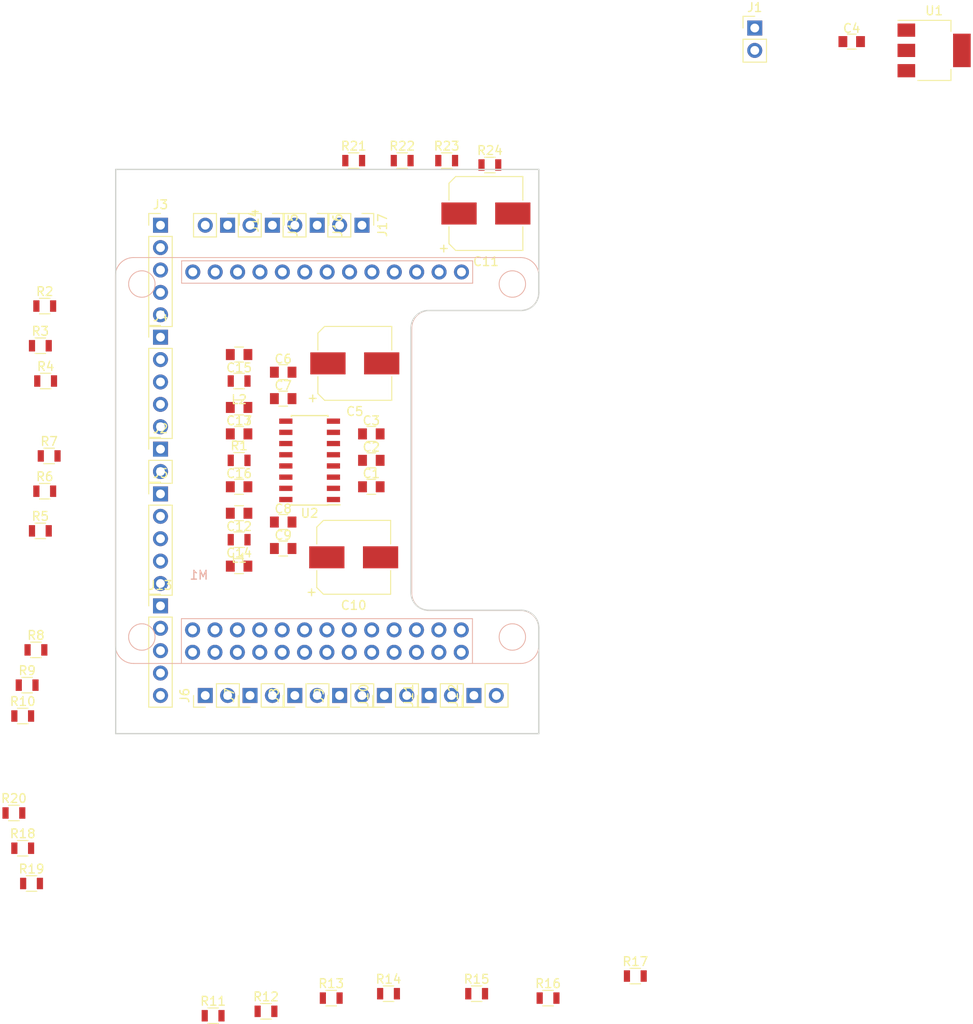
<source format=kicad_pcb>
(kicad_pcb (version 4) (host pcbnew 4.0.7-e2-6376~58~ubuntu16.04.1)

  (general
    (links 140)
    (no_connects 140)
    (area 76.674999 20.655 191.478572 138.825)
    (thickness 1.6)
    (drawings 12)
    (tracks 0)
    (zones 0)
    (modules 63)
    (nets 39)
  )

  (page A4)
  (layers
    (0 F.Cu signal)
    (31 B.Cu signal)
    (32 B.Adhes user)
    (33 F.Adhes user)
    (34 B.Paste user)
    (35 F.Paste user)
    (36 B.SilkS user)
    (37 F.SilkS user)
    (38 B.Mask user)
    (39 F.Mask user)
    (40 Dwgs.User user)
    (41 Cmts.User user)
    (42 Eco1.User user)
    (43 Eco2.User user)
    (44 Edge.Cuts user)
    (45 Margin user)
    (46 B.CrtYd user)
    (47 F.CrtYd user)
    (48 B.Fab user)
    (49 F.Fab user hide)
  )

  (setup
    (last_trace_width 0.25)
    (trace_clearance 0.2)
    (zone_clearance 0.508)
    (zone_45_only no)
    (trace_min 0.2)
    (segment_width 0.2)
    (edge_width 0.15)
    (via_size 0.6)
    (via_drill 0.4)
    (via_min_size 0.4)
    (via_min_drill 0.3)
    (uvia_size 0.3)
    (uvia_drill 0.1)
    (uvias_allowed no)
    (uvia_min_size 0.2)
    (uvia_min_drill 0.1)
    (pcb_text_width 0.3)
    (pcb_text_size 1.5 1.5)
    (mod_edge_width 0.15)
    (mod_text_size 1 1)
    (mod_text_width 0.15)
    (pad_size 1.524 1.524)
    (pad_drill 0.762)
    (pad_to_mask_clearance 0.2)
    (aux_axis_origin 0 0)
    (grid_origin 135 53)
    (visible_elements FFFFEF7F)
    (pcbplotparams
      (layerselection 0x00030_80000001)
      (usegerberextensions false)
      (excludeedgelayer true)
      (linewidth 0.100000)
      (plotframeref false)
      (viasonmask false)
      (mode 1)
      (useauxorigin false)
      (hpglpennumber 1)
      (hpglpenspeed 20)
      (hpglpendiameter 15)
      (hpglpenoverlay 2)
      (psnegative false)
      (psa4output false)
      (plotreference true)
      (plotvalue true)
      (plotinvisibletext false)
      (padsonsilk false)
      (subtractmaskfromsilk false)
      (outputformat 1)
      (mirror false)
      (drillshape 1)
      (scaleselection 1)
      (outputdirectory ""))
  )

  (net 0 "")
  (net 1 "Net-(C1-Pad1)")
  (net 2 /AUDIO)
  (net 3 "Net-(C2-Pad1)")
  (net 4 GND)
  (net 5 "Net-(C3-Pad1)")
  (net 6 +12V)
  (net 7 +5V)
  (net 8 "Net-(C12-Pad1)")
  (net 9 "Net-(C12-Pad2)")
  (net 10 "Net-(C13-Pad1)")
  (net 11 "Net-(C13-Pad2)")
  (net 12 "Net-(C14-Pad1)")
  (net 13 "Net-(C15-Pad2)")
  (net 14 "Net-(C16-Pad2)")
  (net 15 +3V3)
  (net 16 /EN1_SW)
  (net 17 /EN1_DT)
  (net 18 /EN1_CL)
  (net 19 /EN2_SW)
  (net 20 /EN2_DT)
  (net 21 /EN2_CL)
  (net 22 /EN3_SW)
  (net 23 /EN3_DT)
  (net 24 /EN3_CL)
  (net 25 /BTN1)
  (net 26 /BTN2)
  (net 27 /BTN3)
  (net 28 /BTN4)
  (net 29 /BTN5)
  (net 30 /BTN6)
  (net 31 /BTN7)
  (net 32 /EN5_SW)
  (net 33 /EN4_DT)
  (net 34 /EN4_CL)
  (net 35 "Net-(J14-Pad2)")
  (net 36 "Net-(J15-Pad2)")
  (net 37 "Net-(J16-Pad2)")
  (net 38 "Net-(J17-Pad2)")

  (net_class Default "This is the default net class."
    (clearance 0.2)
    (trace_width 0.25)
    (via_dia 0.6)
    (via_drill 0.4)
    (uvia_dia 0.3)
    (uvia_drill 0.1)
    (add_net +12V)
    (add_net +3V3)
    (add_net +5V)
    (add_net /AUDIO)
    (add_net /BTN1)
    (add_net /BTN2)
    (add_net /BTN3)
    (add_net /BTN4)
    (add_net /BTN5)
    (add_net /BTN6)
    (add_net /BTN7)
    (add_net /EN1_CL)
    (add_net /EN1_DT)
    (add_net /EN1_SW)
    (add_net /EN2_CL)
    (add_net /EN2_DT)
    (add_net /EN2_SW)
    (add_net /EN3_CL)
    (add_net /EN3_DT)
    (add_net /EN3_SW)
    (add_net /EN4_CL)
    (add_net /EN4_DT)
    (add_net /EN5_SW)
    (add_net GND)
    (add_net "Net-(C1-Pad1)")
    (add_net "Net-(C12-Pad1)")
    (add_net "Net-(C12-Pad2)")
    (add_net "Net-(C13-Pad1)")
    (add_net "Net-(C13-Pad2)")
    (add_net "Net-(C14-Pad1)")
    (add_net "Net-(C15-Pad2)")
    (add_net "Net-(C16-Pad2)")
    (add_net "Net-(C2-Pad1)")
    (add_net "Net-(C3-Pad1)")
    (add_net "Net-(J14-Pad2)")
    (add_net "Net-(J15-Pad2)")
    (add_net "Net-(J16-Pad2)")
    (add_net "Net-(J17-Pad2)")
  )

  (module Capacitors_SMD:C_0805 (layer F.Cu) (tedit 58AA8463) (tstamp 5C27DAF5)
    (at 119 76)
    (descr "Capacitor SMD 0805, reflow soldering, AVX (see smccp.pdf)")
    (tags "capacitor 0805")
    (path /5C262ACC)
    (attr smd)
    (fp_text reference C1 (at 0 -1.5) (layer F.SilkS)
      (effects (font (size 1 1) (thickness 0.15)))
    )
    (fp_text value 470n (at 0 1.75) (layer F.Fab)
      (effects (font (size 1 1) (thickness 0.15)))
    )
    (fp_text user %R (at 0 -1.5) (layer F.Fab)
      (effects (font (size 1 1) (thickness 0.15)))
    )
    (fp_line (start -1 0.62) (end -1 -0.62) (layer F.Fab) (width 0.1))
    (fp_line (start 1 0.62) (end -1 0.62) (layer F.Fab) (width 0.1))
    (fp_line (start 1 -0.62) (end 1 0.62) (layer F.Fab) (width 0.1))
    (fp_line (start -1 -0.62) (end 1 -0.62) (layer F.Fab) (width 0.1))
    (fp_line (start 0.5 -0.85) (end -0.5 -0.85) (layer F.SilkS) (width 0.12))
    (fp_line (start -0.5 0.85) (end 0.5 0.85) (layer F.SilkS) (width 0.12))
    (fp_line (start -1.75 -0.88) (end 1.75 -0.88) (layer F.CrtYd) (width 0.05))
    (fp_line (start -1.75 -0.88) (end -1.75 0.87) (layer F.CrtYd) (width 0.05))
    (fp_line (start 1.75 0.87) (end 1.75 -0.88) (layer F.CrtYd) (width 0.05))
    (fp_line (start 1.75 0.87) (end -1.75 0.87) (layer F.CrtYd) (width 0.05))
    (pad 1 smd rect (at -1 0) (size 1 1.25) (layers F.Cu F.Paste F.Mask)
      (net 1 "Net-(C1-Pad1)"))
    (pad 2 smd rect (at 1 0) (size 1 1.25) (layers F.Cu F.Paste F.Mask)
      (net 2 /AUDIO))
    (model Capacitors_SMD.3dshapes/C_0805.wrl
      (at (xyz 0 0 0))
      (scale (xyz 1 1 1))
      (rotate (xyz 0 0 0))
    )
  )

  (module Capacitors_SMD:C_0805 (layer F.Cu) (tedit 58AA8463) (tstamp 5C27DAFB)
    (at 119 73)
    (descr "Capacitor SMD 0805, reflow soldering, AVX (see smccp.pdf)")
    (tags "capacitor 0805")
    (path /5C262007)
    (attr smd)
    (fp_text reference C2 (at 0 -1.5) (layer F.SilkS)
      (effects (font (size 1 1) (thickness 0.15)))
    )
    (fp_text value 1u (at 0 1.75) (layer F.Fab)
      (effects (font (size 1 1) (thickness 0.15)))
    )
    (fp_text user %R (at 0 -1.5) (layer F.Fab)
      (effects (font (size 1 1) (thickness 0.15)))
    )
    (fp_line (start -1 0.62) (end -1 -0.62) (layer F.Fab) (width 0.1))
    (fp_line (start 1 0.62) (end -1 0.62) (layer F.Fab) (width 0.1))
    (fp_line (start 1 -0.62) (end 1 0.62) (layer F.Fab) (width 0.1))
    (fp_line (start -1 -0.62) (end 1 -0.62) (layer F.Fab) (width 0.1))
    (fp_line (start 0.5 -0.85) (end -0.5 -0.85) (layer F.SilkS) (width 0.12))
    (fp_line (start -0.5 0.85) (end 0.5 0.85) (layer F.SilkS) (width 0.12))
    (fp_line (start -1.75 -0.88) (end 1.75 -0.88) (layer F.CrtYd) (width 0.05))
    (fp_line (start -1.75 -0.88) (end -1.75 0.87) (layer F.CrtYd) (width 0.05))
    (fp_line (start 1.75 0.87) (end 1.75 -0.88) (layer F.CrtYd) (width 0.05))
    (fp_line (start 1.75 0.87) (end -1.75 0.87) (layer F.CrtYd) (width 0.05))
    (pad 1 smd rect (at -1 0) (size 1 1.25) (layers F.Cu F.Paste F.Mask)
      (net 3 "Net-(C2-Pad1)"))
    (pad 2 smd rect (at 1 0) (size 1 1.25) (layers F.Cu F.Paste F.Mask)
      (net 4 GND))
    (model Capacitors_SMD.3dshapes/C_0805.wrl
      (at (xyz 0 0 0))
      (scale (xyz 1 1 1))
      (rotate (xyz 0 0 0))
    )
  )

  (module Capacitors_SMD:C_0805 (layer F.Cu) (tedit 58AA8463) (tstamp 5C27DB01)
    (at 119 70)
    (descr "Capacitor SMD 0805, reflow soldering, AVX (see smccp.pdf)")
    (tags "capacitor 0805")
    (path /5C2621FC)
    (attr smd)
    (fp_text reference C3 (at 0 -1.5) (layer F.SilkS)
      (effects (font (size 1 1) (thickness 0.15)))
    )
    (fp_text value 1u (at 0 1.75) (layer F.Fab)
      (effects (font (size 1 1) (thickness 0.15)))
    )
    (fp_text user %R (at 0 -1.5) (layer F.Fab)
      (effects (font (size 1 1) (thickness 0.15)))
    )
    (fp_line (start -1 0.62) (end -1 -0.62) (layer F.Fab) (width 0.1))
    (fp_line (start 1 0.62) (end -1 0.62) (layer F.Fab) (width 0.1))
    (fp_line (start 1 -0.62) (end 1 0.62) (layer F.Fab) (width 0.1))
    (fp_line (start -1 -0.62) (end 1 -0.62) (layer F.Fab) (width 0.1))
    (fp_line (start 0.5 -0.85) (end -0.5 -0.85) (layer F.SilkS) (width 0.12))
    (fp_line (start -0.5 0.85) (end 0.5 0.85) (layer F.SilkS) (width 0.12))
    (fp_line (start -1.75 -0.88) (end 1.75 -0.88) (layer F.CrtYd) (width 0.05))
    (fp_line (start -1.75 -0.88) (end -1.75 0.87) (layer F.CrtYd) (width 0.05))
    (fp_line (start 1.75 0.87) (end 1.75 -0.88) (layer F.CrtYd) (width 0.05))
    (fp_line (start 1.75 0.87) (end -1.75 0.87) (layer F.CrtYd) (width 0.05))
    (pad 1 smd rect (at -1 0) (size 1 1.25) (layers F.Cu F.Paste F.Mask)
      (net 5 "Net-(C3-Pad1)"))
    (pad 2 smd rect (at 1 0) (size 1 1.25) (layers F.Cu F.Paste F.Mask)
      (net 4 GND))
    (model Capacitors_SMD.3dshapes/C_0805.wrl
      (at (xyz 0 0 0))
      (scale (xyz 1 1 1))
      (rotate (xyz 0 0 0))
    )
  )

  (module Capacitors_SMD:C_0805 (layer F.Cu) (tedit 58AA8463) (tstamp 5C27DB07)
    (at 173.5 25.5)
    (descr "Capacitor SMD 0805, reflow soldering, AVX (see smccp.pdf)")
    (tags "capacitor 0805")
    (path /5C269BBD)
    (attr smd)
    (fp_text reference C4 (at 0 -1.5) (layer F.SilkS)
      (effects (font (size 1 1) (thickness 0.15)))
    )
    (fp_text value 10u (at 0 1.75) (layer F.Fab)
      (effects (font (size 1 1) (thickness 0.15)))
    )
    (fp_text user %R (at 0 -1.5) (layer F.Fab)
      (effects (font (size 1 1) (thickness 0.15)))
    )
    (fp_line (start -1 0.62) (end -1 -0.62) (layer F.Fab) (width 0.1))
    (fp_line (start 1 0.62) (end -1 0.62) (layer F.Fab) (width 0.1))
    (fp_line (start 1 -0.62) (end 1 0.62) (layer F.Fab) (width 0.1))
    (fp_line (start -1 -0.62) (end 1 -0.62) (layer F.Fab) (width 0.1))
    (fp_line (start 0.5 -0.85) (end -0.5 -0.85) (layer F.SilkS) (width 0.12))
    (fp_line (start -0.5 0.85) (end 0.5 0.85) (layer F.SilkS) (width 0.12))
    (fp_line (start -1.75 -0.88) (end 1.75 -0.88) (layer F.CrtYd) (width 0.05))
    (fp_line (start -1.75 -0.88) (end -1.75 0.87) (layer F.CrtYd) (width 0.05))
    (fp_line (start 1.75 0.87) (end 1.75 -0.88) (layer F.CrtYd) (width 0.05))
    (fp_line (start 1.75 0.87) (end -1.75 0.87) (layer F.CrtYd) (width 0.05))
    (pad 1 smd rect (at -1 0) (size 1 1.25) (layers F.Cu F.Paste F.Mask)
      (net 4 GND))
    (pad 2 smd rect (at 1 0) (size 1 1.25) (layers F.Cu F.Paste F.Mask)
      (net 6 +12V))
    (model Capacitors_SMD.3dshapes/C_0805.wrl
      (at (xyz 0 0 0))
      (scale (xyz 1 1 1))
      (rotate (xyz 0 0 0))
    )
  )

  (module Capacitors_SMD:CP_Elec_8x10 (layer F.Cu) (tedit 58AA9153) (tstamp 5C27DB0D)
    (at 117.127432 62)
    (descr "SMT capacitor, aluminium electrolytic, 8x10")
    (path /5C2623D4)
    (attr smd)
    (fp_text reference C5 (at 0 5.45) (layer F.SilkS)
      (effects (font (size 1 1) (thickness 0.15)))
    )
    (fp_text value 470u/16V (at 0 -5.45) (layer F.Fab)
      (effects (font (size 1 1) (thickness 0.15)))
    )
    (fp_circle (center 0 0) (end -0.6 3.9) (layer F.Fab) (width 0.1))
    (fp_text user + (at -2.31 -0.08) (layer F.Fab)
      (effects (font (size 1 1) (thickness 0.15)))
    )
    (fp_text user + (at -4.78 3.9) (layer F.SilkS)
      (effects (font (size 1 1) (thickness 0.15)))
    )
    (fp_text user %R (at 0 5.45) (layer F.Fab)
      (effects (font (size 1 1) (thickness 0.15)))
    )
    (fp_line (start 4.04 4.04) (end 4.04 -4.04) (layer F.Fab) (width 0.1))
    (fp_line (start -3.37 4.04) (end 4.04 4.04) (layer F.Fab) (width 0.1))
    (fp_line (start -4.04 3.37) (end -3.37 4.04) (layer F.Fab) (width 0.1))
    (fp_line (start -4.04 -3.37) (end -4.04 3.37) (layer F.Fab) (width 0.1))
    (fp_line (start -3.37 -4.04) (end -4.04 -3.37) (layer F.Fab) (width 0.1))
    (fp_line (start 4.04 -4.04) (end -3.37 -4.04) (layer F.Fab) (width 0.1))
    (fp_line (start 4.19 4.19) (end 4.19 1.51) (layer F.SilkS) (width 0.12))
    (fp_line (start 4.19 -4.19) (end 4.19 -1.51) (layer F.SilkS) (width 0.12))
    (fp_line (start -4.19 -3.43) (end -4.19 -1.51) (layer F.SilkS) (width 0.12))
    (fp_line (start -4.19 3.43) (end -4.19 1.51) (layer F.SilkS) (width 0.12))
    (fp_line (start 4.19 4.19) (end -3.43 4.19) (layer F.SilkS) (width 0.12))
    (fp_line (start -3.43 4.19) (end -4.19 3.43) (layer F.SilkS) (width 0.12))
    (fp_line (start -4.19 -3.43) (end -3.43 -4.19) (layer F.SilkS) (width 0.12))
    (fp_line (start -3.43 -4.19) (end 4.19 -4.19) (layer F.SilkS) (width 0.12))
    (fp_line (start -5.3 -4.29) (end 5.3 -4.29) (layer F.CrtYd) (width 0.05))
    (fp_line (start -5.3 -4.29) (end -5.3 4.29) (layer F.CrtYd) (width 0.05))
    (fp_line (start 5.3 4.29) (end 5.3 -4.29) (layer F.CrtYd) (width 0.05))
    (fp_line (start 5.3 4.29) (end -5.3 4.29) (layer F.CrtYd) (width 0.05))
    (pad 1 smd rect (at -3.05 0 180) (size 4 2.5) (layers F.Cu F.Paste F.Mask)
      (net 6 +12V))
    (pad 2 smd rect (at 3.05 0 180) (size 4 2.5) (layers F.Cu F.Paste F.Mask)
      (net 4 GND))
    (model Capacitors_SMD.3dshapes/CP_Elec_8x10.wrl
      (at (xyz 0 0 0))
      (scale (xyz 1 1 1))
      (rotate (xyz 0 0 180))
    )
  )

  (module Capacitors_SMD:C_0805 (layer F.Cu) (tedit 58AA8463) (tstamp 5C27DB13)
    (at 109 63)
    (descr "Capacitor SMD 0805, reflow soldering, AVX (see smccp.pdf)")
    (tags "capacitor 0805")
    (path /5C2623B0)
    (attr smd)
    (fp_text reference C6 (at 0 -1.5) (layer F.SilkS)
      (effects (font (size 1 1) (thickness 0.15)))
    )
    (fp_text value 10u (at 0 1.75) (layer F.Fab)
      (effects (font (size 1 1) (thickness 0.15)))
    )
    (fp_text user %R (at 0 -1.5) (layer F.Fab)
      (effects (font (size 1 1) (thickness 0.15)))
    )
    (fp_line (start -1 0.62) (end -1 -0.62) (layer F.Fab) (width 0.1))
    (fp_line (start 1 0.62) (end -1 0.62) (layer F.Fab) (width 0.1))
    (fp_line (start 1 -0.62) (end 1 0.62) (layer F.Fab) (width 0.1))
    (fp_line (start -1 -0.62) (end 1 -0.62) (layer F.Fab) (width 0.1))
    (fp_line (start 0.5 -0.85) (end -0.5 -0.85) (layer F.SilkS) (width 0.12))
    (fp_line (start -0.5 0.85) (end 0.5 0.85) (layer F.SilkS) (width 0.12))
    (fp_line (start -1.75 -0.88) (end 1.75 -0.88) (layer F.CrtYd) (width 0.05))
    (fp_line (start -1.75 -0.88) (end -1.75 0.87) (layer F.CrtYd) (width 0.05))
    (fp_line (start 1.75 0.87) (end 1.75 -0.88) (layer F.CrtYd) (width 0.05))
    (fp_line (start 1.75 0.87) (end -1.75 0.87) (layer F.CrtYd) (width 0.05))
    (pad 1 smd rect (at -1 0) (size 1 1.25) (layers F.Cu F.Paste F.Mask)
      (net 4 GND))
    (pad 2 smd rect (at 1 0) (size 1 1.25) (layers F.Cu F.Paste F.Mask)
      (net 6 +12V))
    (model Capacitors_SMD.3dshapes/C_0805.wrl
      (at (xyz 0 0 0))
      (scale (xyz 1 1 1))
      (rotate (xyz 0 0 0))
    )
  )

  (module Capacitors_SMD:C_0805 (layer F.Cu) (tedit 58AA8463) (tstamp 5C27DB19)
    (at 109 66)
    (descr "Capacitor SMD 0805, reflow soldering, AVX (see smccp.pdf)")
    (tags "capacitor 0805")
    (path /5C26234F)
    (attr smd)
    (fp_text reference C7 (at 0 -1.5) (layer F.SilkS)
      (effects (font (size 1 1) (thickness 0.15)))
    )
    (fp_text value 100n (at 0 1.75) (layer F.Fab)
      (effects (font (size 1 1) (thickness 0.15)))
    )
    (fp_text user %R (at 0 -1.5) (layer F.Fab)
      (effects (font (size 1 1) (thickness 0.15)))
    )
    (fp_line (start -1 0.62) (end -1 -0.62) (layer F.Fab) (width 0.1))
    (fp_line (start 1 0.62) (end -1 0.62) (layer F.Fab) (width 0.1))
    (fp_line (start 1 -0.62) (end 1 0.62) (layer F.Fab) (width 0.1))
    (fp_line (start -1 -0.62) (end 1 -0.62) (layer F.Fab) (width 0.1))
    (fp_line (start 0.5 -0.85) (end -0.5 -0.85) (layer F.SilkS) (width 0.12))
    (fp_line (start -0.5 0.85) (end 0.5 0.85) (layer F.SilkS) (width 0.12))
    (fp_line (start -1.75 -0.88) (end 1.75 -0.88) (layer F.CrtYd) (width 0.05))
    (fp_line (start -1.75 -0.88) (end -1.75 0.87) (layer F.CrtYd) (width 0.05))
    (fp_line (start 1.75 0.87) (end 1.75 -0.88) (layer F.CrtYd) (width 0.05))
    (fp_line (start 1.75 0.87) (end -1.75 0.87) (layer F.CrtYd) (width 0.05))
    (pad 1 smd rect (at -1 0) (size 1 1.25) (layers F.Cu F.Paste F.Mask)
      (net 4 GND))
    (pad 2 smd rect (at 1 0) (size 1 1.25) (layers F.Cu F.Paste F.Mask)
      (net 6 +12V))
    (model Capacitors_SMD.3dshapes/C_0805.wrl
      (at (xyz 0 0 0))
      (scale (xyz 1 1 1))
      (rotate (xyz 0 0 0))
    )
  )

  (module Capacitors_SMD:C_0805 (layer F.Cu) (tedit 58AA8463) (tstamp 5C27DB1F)
    (at 109 80)
    (descr "Capacitor SMD 0805, reflow soldering, AVX (see smccp.pdf)")
    (tags "capacitor 0805")
    (path /5C26255D)
    (attr smd)
    (fp_text reference C8 (at 0 -1.5) (layer F.SilkS)
      (effects (font (size 1 1) (thickness 0.15)))
    )
    (fp_text value 100n (at 0 1.75) (layer F.Fab)
      (effects (font (size 1 1) (thickness 0.15)))
    )
    (fp_text user %R (at 0 -1.5) (layer F.Fab)
      (effects (font (size 1 1) (thickness 0.15)))
    )
    (fp_line (start -1 0.62) (end -1 -0.62) (layer F.Fab) (width 0.1))
    (fp_line (start 1 0.62) (end -1 0.62) (layer F.Fab) (width 0.1))
    (fp_line (start 1 -0.62) (end 1 0.62) (layer F.Fab) (width 0.1))
    (fp_line (start -1 -0.62) (end 1 -0.62) (layer F.Fab) (width 0.1))
    (fp_line (start 0.5 -0.85) (end -0.5 -0.85) (layer F.SilkS) (width 0.12))
    (fp_line (start -0.5 0.85) (end 0.5 0.85) (layer F.SilkS) (width 0.12))
    (fp_line (start -1.75 -0.88) (end 1.75 -0.88) (layer F.CrtYd) (width 0.05))
    (fp_line (start -1.75 -0.88) (end -1.75 0.87) (layer F.CrtYd) (width 0.05))
    (fp_line (start 1.75 0.87) (end 1.75 -0.88) (layer F.CrtYd) (width 0.05))
    (fp_line (start 1.75 0.87) (end -1.75 0.87) (layer F.CrtYd) (width 0.05))
    (pad 1 smd rect (at -1 0) (size 1 1.25) (layers F.Cu F.Paste F.Mask)
      (net 4 GND))
    (pad 2 smd rect (at 1 0) (size 1 1.25) (layers F.Cu F.Paste F.Mask)
      (net 6 +12V))
    (model Capacitors_SMD.3dshapes/C_0805.wrl
      (at (xyz 0 0 0))
      (scale (xyz 1 1 1))
      (rotate (xyz 0 0 0))
    )
  )

  (module Capacitors_SMD:C_0805 (layer F.Cu) (tedit 58AA8463) (tstamp 5C27DB25)
    (at 109 83)
    (descr "Capacitor SMD 0805, reflow soldering, AVX (see smccp.pdf)")
    (tags "capacitor 0805")
    (path /5C2625C9)
    (attr smd)
    (fp_text reference C9 (at 0 -1.5) (layer F.SilkS)
      (effects (font (size 1 1) (thickness 0.15)))
    )
    (fp_text value 10u (at 0 1.75) (layer F.Fab)
      (effects (font (size 1 1) (thickness 0.15)))
    )
    (fp_text user %R (at 0 -1.5) (layer F.Fab)
      (effects (font (size 1 1) (thickness 0.15)))
    )
    (fp_line (start -1 0.62) (end -1 -0.62) (layer F.Fab) (width 0.1))
    (fp_line (start 1 0.62) (end -1 0.62) (layer F.Fab) (width 0.1))
    (fp_line (start 1 -0.62) (end 1 0.62) (layer F.Fab) (width 0.1))
    (fp_line (start -1 -0.62) (end 1 -0.62) (layer F.Fab) (width 0.1))
    (fp_line (start 0.5 -0.85) (end -0.5 -0.85) (layer F.SilkS) (width 0.12))
    (fp_line (start -0.5 0.85) (end 0.5 0.85) (layer F.SilkS) (width 0.12))
    (fp_line (start -1.75 -0.88) (end 1.75 -0.88) (layer F.CrtYd) (width 0.05))
    (fp_line (start -1.75 -0.88) (end -1.75 0.87) (layer F.CrtYd) (width 0.05))
    (fp_line (start 1.75 0.87) (end 1.75 -0.88) (layer F.CrtYd) (width 0.05))
    (fp_line (start 1.75 0.87) (end -1.75 0.87) (layer F.CrtYd) (width 0.05))
    (pad 1 smd rect (at -1 0) (size 1 1.25) (layers F.Cu F.Paste F.Mask)
      (net 4 GND))
    (pad 2 smd rect (at 1 0) (size 1 1.25) (layers F.Cu F.Paste F.Mask)
      (net 6 +12V))
    (model Capacitors_SMD.3dshapes/C_0805.wrl
      (at (xyz 0 0 0))
      (scale (xyz 1 1 1))
      (rotate (xyz 0 0 0))
    )
  )

  (module Capacitors_SMD:CP_Elec_8x10 (layer F.Cu) (tedit 58AA9153) (tstamp 5C27DB2B)
    (at 117 84)
    (descr "SMT capacitor, aluminium electrolytic, 8x10")
    (path /5C2625FE)
    (attr smd)
    (fp_text reference C10 (at 0 5.45) (layer F.SilkS)
      (effects (font (size 1 1) (thickness 0.15)))
    )
    (fp_text value 470u/16V (at 0 -5.45) (layer F.Fab)
      (effects (font (size 1 1) (thickness 0.15)))
    )
    (fp_circle (center 0 0) (end -0.6 3.9) (layer F.Fab) (width 0.1))
    (fp_text user + (at -2.31 -0.08) (layer F.Fab)
      (effects (font (size 1 1) (thickness 0.15)))
    )
    (fp_text user + (at -4.78 3.9) (layer F.SilkS)
      (effects (font (size 1 1) (thickness 0.15)))
    )
    (fp_text user %R (at 0 5.45) (layer F.Fab)
      (effects (font (size 1 1) (thickness 0.15)))
    )
    (fp_line (start 4.04 4.04) (end 4.04 -4.04) (layer F.Fab) (width 0.1))
    (fp_line (start -3.37 4.04) (end 4.04 4.04) (layer F.Fab) (width 0.1))
    (fp_line (start -4.04 3.37) (end -3.37 4.04) (layer F.Fab) (width 0.1))
    (fp_line (start -4.04 -3.37) (end -4.04 3.37) (layer F.Fab) (width 0.1))
    (fp_line (start -3.37 -4.04) (end -4.04 -3.37) (layer F.Fab) (width 0.1))
    (fp_line (start 4.04 -4.04) (end -3.37 -4.04) (layer F.Fab) (width 0.1))
    (fp_line (start 4.19 4.19) (end 4.19 1.51) (layer F.SilkS) (width 0.12))
    (fp_line (start 4.19 -4.19) (end 4.19 -1.51) (layer F.SilkS) (width 0.12))
    (fp_line (start -4.19 -3.43) (end -4.19 -1.51) (layer F.SilkS) (width 0.12))
    (fp_line (start -4.19 3.43) (end -4.19 1.51) (layer F.SilkS) (width 0.12))
    (fp_line (start 4.19 4.19) (end -3.43 4.19) (layer F.SilkS) (width 0.12))
    (fp_line (start -3.43 4.19) (end -4.19 3.43) (layer F.SilkS) (width 0.12))
    (fp_line (start -4.19 -3.43) (end -3.43 -4.19) (layer F.SilkS) (width 0.12))
    (fp_line (start -3.43 -4.19) (end 4.19 -4.19) (layer F.SilkS) (width 0.12))
    (fp_line (start -5.3 -4.29) (end 5.3 -4.29) (layer F.CrtYd) (width 0.05))
    (fp_line (start -5.3 -4.29) (end -5.3 4.29) (layer F.CrtYd) (width 0.05))
    (fp_line (start 5.3 4.29) (end 5.3 -4.29) (layer F.CrtYd) (width 0.05))
    (fp_line (start 5.3 4.29) (end -5.3 4.29) (layer F.CrtYd) (width 0.05))
    (pad 1 smd rect (at -3.05 0 180) (size 4 2.5) (layers F.Cu F.Paste F.Mask)
      (net 6 +12V))
    (pad 2 smd rect (at 3.05 0 180) (size 4 2.5) (layers F.Cu F.Paste F.Mask)
      (net 4 GND))
    (model Capacitors_SMD.3dshapes/CP_Elec_8x10.wrl
      (at (xyz 0 0 0))
      (scale (xyz 1 1 1))
      (rotate (xyz 0 0 180))
    )
  )

  (module Capacitors_SMD:CP_Elec_8x10 (layer F.Cu) (tedit 58AA9153) (tstamp 5C27DB31)
    (at 132 45)
    (descr "SMT capacitor, aluminium electrolytic, 8x10")
    (path /5C268B83)
    (attr smd)
    (fp_text reference C11 (at 0 5.45) (layer F.SilkS)
      (effects (font (size 1 1) (thickness 0.15)))
    )
    (fp_text value 470u/16V (at 0 -5.45) (layer F.Fab)
      (effects (font (size 1 1) (thickness 0.15)))
    )
    (fp_circle (center 0 0) (end -0.6 3.9) (layer F.Fab) (width 0.1))
    (fp_text user + (at -2.31 -0.08) (layer F.Fab)
      (effects (font (size 1 1) (thickness 0.15)))
    )
    (fp_text user + (at -4.78 3.9) (layer F.SilkS)
      (effects (font (size 1 1) (thickness 0.15)))
    )
    (fp_text user %R (at 0 5.45) (layer F.Fab)
      (effects (font (size 1 1) (thickness 0.15)))
    )
    (fp_line (start 4.04 4.04) (end 4.04 -4.04) (layer F.Fab) (width 0.1))
    (fp_line (start -3.37 4.04) (end 4.04 4.04) (layer F.Fab) (width 0.1))
    (fp_line (start -4.04 3.37) (end -3.37 4.04) (layer F.Fab) (width 0.1))
    (fp_line (start -4.04 -3.37) (end -4.04 3.37) (layer F.Fab) (width 0.1))
    (fp_line (start -3.37 -4.04) (end -4.04 -3.37) (layer F.Fab) (width 0.1))
    (fp_line (start 4.04 -4.04) (end -3.37 -4.04) (layer F.Fab) (width 0.1))
    (fp_line (start 4.19 4.19) (end 4.19 1.51) (layer F.SilkS) (width 0.12))
    (fp_line (start 4.19 -4.19) (end 4.19 -1.51) (layer F.SilkS) (width 0.12))
    (fp_line (start -4.19 -3.43) (end -4.19 -1.51) (layer F.SilkS) (width 0.12))
    (fp_line (start -4.19 3.43) (end -4.19 1.51) (layer F.SilkS) (width 0.12))
    (fp_line (start 4.19 4.19) (end -3.43 4.19) (layer F.SilkS) (width 0.12))
    (fp_line (start -3.43 4.19) (end -4.19 3.43) (layer F.SilkS) (width 0.12))
    (fp_line (start -4.19 -3.43) (end -3.43 -4.19) (layer F.SilkS) (width 0.12))
    (fp_line (start -3.43 -4.19) (end 4.19 -4.19) (layer F.SilkS) (width 0.12))
    (fp_line (start -5.3 -4.29) (end 5.3 -4.29) (layer F.CrtYd) (width 0.05))
    (fp_line (start -5.3 -4.29) (end -5.3 4.29) (layer F.CrtYd) (width 0.05))
    (fp_line (start 5.3 4.29) (end 5.3 -4.29) (layer F.CrtYd) (width 0.05))
    (fp_line (start 5.3 4.29) (end -5.3 4.29) (layer F.CrtYd) (width 0.05))
    (pad 1 smd rect (at -3.05 0 180) (size 4 2.5) (layers F.Cu F.Paste F.Mask)
      (net 7 +5V))
    (pad 2 smd rect (at 3.05 0 180) (size 4 2.5) (layers F.Cu F.Paste F.Mask)
      (net 4 GND))
    (model Capacitors_SMD.3dshapes/CP_Elec_8x10.wrl
      (at (xyz 0 0 0))
      (scale (xyz 1 1 1))
      (rotate (xyz 0 0 180))
    )
  )

  (module Capacitors_SMD:C_0805 (layer F.Cu) (tedit 58AA8463) (tstamp 5C27DB37)
    (at 104 79 180)
    (descr "Capacitor SMD 0805, reflow soldering, AVX (see smccp.pdf)")
    (tags "capacitor 0805")
    (path /5C2635DF)
    (attr smd)
    (fp_text reference C12 (at 0 -1.5 180) (layer F.SilkS)
      (effects (font (size 1 1) (thickness 0.15)))
    )
    (fp_text value 1u (at 0 1.75 180) (layer F.Fab)
      (effects (font (size 1 1) (thickness 0.15)))
    )
    (fp_text user %R (at 0 -1.5 180) (layer F.Fab)
      (effects (font (size 1 1) (thickness 0.15)))
    )
    (fp_line (start -1 0.62) (end -1 -0.62) (layer F.Fab) (width 0.1))
    (fp_line (start 1 0.62) (end -1 0.62) (layer F.Fab) (width 0.1))
    (fp_line (start 1 -0.62) (end 1 0.62) (layer F.Fab) (width 0.1))
    (fp_line (start -1 -0.62) (end 1 -0.62) (layer F.Fab) (width 0.1))
    (fp_line (start 0.5 -0.85) (end -0.5 -0.85) (layer F.SilkS) (width 0.12))
    (fp_line (start -0.5 0.85) (end 0.5 0.85) (layer F.SilkS) (width 0.12))
    (fp_line (start -1.75 -0.88) (end 1.75 -0.88) (layer F.CrtYd) (width 0.05))
    (fp_line (start -1.75 -0.88) (end -1.75 0.87) (layer F.CrtYd) (width 0.05))
    (fp_line (start 1.75 0.87) (end 1.75 -0.88) (layer F.CrtYd) (width 0.05))
    (fp_line (start 1.75 0.87) (end -1.75 0.87) (layer F.CrtYd) (width 0.05))
    (pad 1 smd rect (at -1 0 180) (size 1 1.25) (layers F.Cu F.Paste F.Mask)
      (net 8 "Net-(C12-Pad1)"))
    (pad 2 smd rect (at 1 0 180) (size 1 1.25) (layers F.Cu F.Paste F.Mask)
      (net 9 "Net-(C12-Pad2)"))
    (model Capacitors_SMD.3dshapes/C_0805.wrl
      (at (xyz 0 0 0))
      (scale (xyz 1 1 1))
      (rotate (xyz 0 0 0))
    )
  )

  (module Capacitors_SMD:C_0805 (layer F.Cu) (tedit 58AA8463) (tstamp 5C27DB3D)
    (at 104 67 180)
    (descr "Capacitor SMD 0805, reflow soldering, AVX (see smccp.pdf)")
    (tags "capacitor 0805")
    (path /5C263F13)
    (attr smd)
    (fp_text reference C13 (at 0 -1.5 180) (layer F.SilkS)
      (effects (font (size 1 1) (thickness 0.15)))
    )
    (fp_text value 1u (at 0 1.75 180) (layer F.Fab)
      (effects (font (size 1 1) (thickness 0.15)))
    )
    (fp_text user %R (at 0 -1.5 180) (layer F.Fab)
      (effects (font (size 1 1) (thickness 0.15)))
    )
    (fp_line (start -1 0.62) (end -1 -0.62) (layer F.Fab) (width 0.1))
    (fp_line (start 1 0.62) (end -1 0.62) (layer F.Fab) (width 0.1))
    (fp_line (start 1 -0.62) (end 1 0.62) (layer F.Fab) (width 0.1))
    (fp_line (start -1 -0.62) (end 1 -0.62) (layer F.Fab) (width 0.1))
    (fp_line (start 0.5 -0.85) (end -0.5 -0.85) (layer F.SilkS) (width 0.12))
    (fp_line (start -0.5 0.85) (end 0.5 0.85) (layer F.SilkS) (width 0.12))
    (fp_line (start -1.75 -0.88) (end 1.75 -0.88) (layer F.CrtYd) (width 0.05))
    (fp_line (start -1.75 -0.88) (end -1.75 0.87) (layer F.CrtYd) (width 0.05))
    (fp_line (start 1.75 0.87) (end 1.75 -0.88) (layer F.CrtYd) (width 0.05))
    (fp_line (start 1.75 0.87) (end -1.75 0.87) (layer F.CrtYd) (width 0.05))
    (pad 1 smd rect (at -1 0 180) (size 1 1.25) (layers F.Cu F.Paste F.Mask)
      (net 10 "Net-(C13-Pad1)"))
    (pad 2 smd rect (at 1 0 180) (size 1 1.25) (layers F.Cu F.Paste F.Mask)
      (net 11 "Net-(C13-Pad2)"))
    (model Capacitors_SMD.3dshapes/C_0805.wrl
      (at (xyz 0 0 0))
      (scale (xyz 1 1 1))
      (rotate (xyz 0 0 0))
    )
  )

  (module Capacitors_SMD:C_0805 (layer F.Cu) (tedit 58AA8463) (tstamp 5C27DB43)
    (at 104 85)
    (descr "Capacitor SMD 0805, reflow soldering, AVX (see smccp.pdf)")
    (tags "capacitor 0805")
    (path /5C26373B)
    (attr smd)
    (fp_text reference C14 (at 0 -1.5) (layer F.SilkS)
      (effects (font (size 1 1) (thickness 0.15)))
    )
    (fp_text value 1n (at 0 1.75) (layer F.Fab)
      (effects (font (size 1 1) (thickness 0.15)))
    )
    (fp_text user %R (at 0 -1.5) (layer F.Fab)
      (effects (font (size 1 1) (thickness 0.15)))
    )
    (fp_line (start -1 0.62) (end -1 -0.62) (layer F.Fab) (width 0.1))
    (fp_line (start 1 0.62) (end -1 0.62) (layer F.Fab) (width 0.1))
    (fp_line (start 1 -0.62) (end 1 0.62) (layer F.Fab) (width 0.1))
    (fp_line (start -1 -0.62) (end 1 -0.62) (layer F.Fab) (width 0.1))
    (fp_line (start 0.5 -0.85) (end -0.5 -0.85) (layer F.SilkS) (width 0.12))
    (fp_line (start -0.5 0.85) (end 0.5 0.85) (layer F.SilkS) (width 0.12))
    (fp_line (start -1.75 -0.88) (end 1.75 -0.88) (layer F.CrtYd) (width 0.05))
    (fp_line (start -1.75 -0.88) (end -1.75 0.87) (layer F.CrtYd) (width 0.05))
    (fp_line (start 1.75 0.87) (end 1.75 -0.88) (layer F.CrtYd) (width 0.05))
    (fp_line (start 1.75 0.87) (end -1.75 0.87) (layer F.CrtYd) (width 0.05))
    (pad 1 smd rect (at -1 0) (size 1 1.25) (layers F.Cu F.Paste F.Mask)
      (net 12 "Net-(C14-Pad1)"))
    (pad 2 smd rect (at 1 0) (size 1 1.25) (layers F.Cu F.Paste F.Mask)
      (net 4 GND))
    (model Capacitors_SMD.3dshapes/C_0805.wrl
      (at (xyz 0 0 0))
      (scale (xyz 1 1 1))
      (rotate (xyz 0 0 0))
    )
  )

  (module Capacitors_SMD:C_0805 (layer F.Cu) (tedit 58AA8463) (tstamp 5C27DB49)
    (at 104 61 180)
    (descr "Capacitor SMD 0805, reflow soldering, AVX (see smccp.pdf)")
    (tags "capacitor 0805")
    (path /5C263FAA)
    (attr smd)
    (fp_text reference C15 (at 0 -1.5 180) (layer F.SilkS)
      (effects (font (size 1 1) (thickness 0.15)))
    )
    (fp_text value 1n (at 0 1.75 180) (layer F.Fab)
      (effects (font (size 1 1) (thickness 0.15)))
    )
    (fp_text user %R (at 0 -1.5 180) (layer F.Fab)
      (effects (font (size 1 1) (thickness 0.15)))
    )
    (fp_line (start -1 0.62) (end -1 -0.62) (layer F.Fab) (width 0.1))
    (fp_line (start 1 0.62) (end -1 0.62) (layer F.Fab) (width 0.1))
    (fp_line (start 1 -0.62) (end 1 0.62) (layer F.Fab) (width 0.1))
    (fp_line (start -1 -0.62) (end 1 -0.62) (layer F.Fab) (width 0.1))
    (fp_line (start 0.5 -0.85) (end -0.5 -0.85) (layer F.SilkS) (width 0.12))
    (fp_line (start -0.5 0.85) (end 0.5 0.85) (layer F.SilkS) (width 0.12))
    (fp_line (start -1.75 -0.88) (end 1.75 -0.88) (layer F.CrtYd) (width 0.05))
    (fp_line (start -1.75 -0.88) (end -1.75 0.87) (layer F.CrtYd) (width 0.05))
    (fp_line (start 1.75 0.87) (end 1.75 -0.88) (layer F.CrtYd) (width 0.05))
    (fp_line (start 1.75 0.87) (end -1.75 0.87) (layer F.CrtYd) (width 0.05))
    (pad 1 smd rect (at -1 0 180) (size 1 1.25) (layers F.Cu F.Paste F.Mask)
      (net 4 GND))
    (pad 2 smd rect (at 1 0 180) (size 1 1.25) (layers F.Cu F.Paste F.Mask)
      (net 13 "Net-(C15-Pad2)"))
    (model Capacitors_SMD.3dshapes/C_0805.wrl
      (at (xyz 0 0 0))
      (scale (xyz 1 1 1))
      (rotate (xyz 0 0 0))
    )
  )

  (module Capacitors_SMD:C_0805 (layer F.Cu) (tedit 58AA8463) (tstamp 5C27DB4F)
    (at 104 76)
    (descr "Capacitor SMD 0805, reflow soldering, AVX (see smccp.pdf)")
    (tags "capacitor 0805")
    (path /5C265151)
    (attr smd)
    (fp_text reference C16 (at 0 -1.5) (layer F.SilkS)
      (effects (font (size 1 1) (thickness 0.15)))
    )
    (fp_text value 100n (at 0 1.75) (layer F.Fab)
      (effects (font (size 1 1) (thickness 0.15)))
    )
    (fp_text user %R (at 0 -1.5) (layer F.Fab)
      (effects (font (size 1 1) (thickness 0.15)))
    )
    (fp_line (start -1 0.62) (end -1 -0.62) (layer F.Fab) (width 0.1))
    (fp_line (start 1 0.62) (end -1 0.62) (layer F.Fab) (width 0.1))
    (fp_line (start 1 -0.62) (end 1 0.62) (layer F.Fab) (width 0.1))
    (fp_line (start -1 -0.62) (end 1 -0.62) (layer F.Fab) (width 0.1))
    (fp_line (start 0.5 -0.85) (end -0.5 -0.85) (layer F.SilkS) (width 0.12))
    (fp_line (start -0.5 0.85) (end 0.5 0.85) (layer F.SilkS) (width 0.12))
    (fp_line (start -1.75 -0.88) (end 1.75 -0.88) (layer F.CrtYd) (width 0.05))
    (fp_line (start -1.75 -0.88) (end -1.75 0.87) (layer F.CrtYd) (width 0.05))
    (fp_line (start 1.75 0.87) (end 1.75 -0.88) (layer F.CrtYd) (width 0.05))
    (fp_line (start 1.75 0.87) (end -1.75 0.87) (layer F.CrtYd) (width 0.05))
    (pad 1 smd rect (at -1 0) (size 1 1.25) (layers F.Cu F.Paste F.Mask)
      (net 4 GND))
    (pad 2 smd rect (at 1 0) (size 1 1.25) (layers F.Cu F.Paste F.Mask)
      (net 14 "Net-(C16-Pad2)"))
    (model Capacitors_SMD.3dshapes/C_0805.wrl
      (at (xyz 0 0 0))
      (scale (xyz 1 1 1))
      (rotate (xyz 0 0 0))
    )
  )

  (module Capacitors_SMD:C_0805 (layer F.Cu) (tedit 58AA8463) (tstamp 5C27DB55)
    (at 104 70)
    (descr "Capacitor SMD 0805, reflow soldering, AVX (see smccp.pdf)")
    (tags "capacitor 0805")
    (path /5C2651C5)
    (attr smd)
    (fp_text reference C17 (at 0 -1.5) (layer F.SilkS)
      (effects (font (size 1 1) (thickness 0.15)))
    )
    (fp_text value 10u (at 0 1.75) (layer F.Fab)
      (effects (font (size 1 1) (thickness 0.15)))
    )
    (fp_text user %R (at 0 -1.5) (layer F.Fab)
      (effects (font (size 1 1) (thickness 0.15)))
    )
    (fp_line (start -1 0.62) (end -1 -0.62) (layer F.Fab) (width 0.1))
    (fp_line (start 1 0.62) (end -1 0.62) (layer F.Fab) (width 0.1))
    (fp_line (start 1 -0.62) (end 1 0.62) (layer F.Fab) (width 0.1))
    (fp_line (start -1 -0.62) (end 1 -0.62) (layer F.Fab) (width 0.1))
    (fp_line (start 0.5 -0.85) (end -0.5 -0.85) (layer F.SilkS) (width 0.12))
    (fp_line (start -0.5 0.85) (end 0.5 0.85) (layer F.SilkS) (width 0.12))
    (fp_line (start -1.75 -0.88) (end 1.75 -0.88) (layer F.CrtYd) (width 0.05))
    (fp_line (start -1.75 -0.88) (end -1.75 0.87) (layer F.CrtYd) (width 0.05))
    (fp_line (start 1.75 0.87) (end 1.75 -0.88) (layer F.CrtYd) (width 0.05))
    (fp_line (start 1.75 0.87) (end -1.75 0.87) (layer F.CrtYd) (width 0.05))
    (pad 1 smd rect (at -1 0) (size 1 1.25) (layers F.Cu F.Paste F.Mask)
      (net 4 GND))
    (pad 2 smd rect (at 1 0) (size 1 1.25) (layers F.Cu F.Paste F.Mask)
      (net 14 "Net-(C16-Pad2)"))
    (model Capacitors_SMD.3dshapes/C_0805.wrl
      (at (xyz 0 0 0))
      (scale (xyz 1 1 1))
      (rotate (xyz 0 0 0))
    )
  )

  (module Pin_Headers:Pin_Header_Straight_1x02_Pitch2.54mm (layer F.Cu) (tedit 59650532) (tstamp 5C27DB5B)
    (at 162.5 23.96)
    (descr "Through hole straight pin header, 1x02, 2.54mm pitch, single row")
    (tags "Through hole pin header THT 1x02 2.54mm single row")
    (path /5C26B058)
    (fp_text reference J1 (at 0 -2.33) (layer F.SilkS)
      (effects (font (size 1 1) (thickness 0.15)))
    )
    (fp_text value Power (at 0 4.87) (layer F.Fab)
      (effects (font (size 1 1) (thickness 0.15)))
    )
    (fp_line (start -0.635 -1.27) (end 1.27 -1.27) (layer F.Fab) (width 0.1))
    (fp_line (start 1.27 -1.27) (end 1.27 3.81) (layer F.Fab) (width 0.1))
    (fp_line (start 1.27 3.81) (end -1.27 3.81) (layer F.Fab) (width 0.1))
    (fp_line (start -1.27 3.81) (end -1.27 -0.635) (layer F.Fab) (width 0.1))
    (fp_line (start -1.27 -0.635) (end -0.635 -1.27) (layer F.Fab) (width 0.1))
    (fp_line (start -1.33 3.87) (end 1.33 3.87) (layer F.SilkS) (width 0.12))
    (fp_line (start -1.33 1.27) (end -1.33 3.87) (layer F.SilkS) (width 0.12))
    (fp_line (start 1.33 1.27) (end 1.33 3.87) (layer F.SilkS) (width 0.12))
    (fp_line (start -1.33 1.27) (end 1.33 1.27) (layer F.SilkS) (width 0.12))
    (fp_line (start -1.33 0) (end -1.33 -1.33) (layer F.SilkS) (width 0.12))
    (fp_line (start -1.33 -1.33) (end 0 -1.33) (layer F.SilkS) (width 0.12))
    (fp_line (start -1.8 -1.8) (end -1.8 4.35) (layer F.CrtYd) (width 0.05))
    (fp_line (start -1.8 4.35) (end 1.8 4.35) (layer F.CrtYd) (width 0.05))
    (fp_line (start 1.8 4.35) (end 1.8 -1.8) (layer F.CrtYd) (width 0.05))
    (fp_line (start 1.8 -1.8) (end -1.8 -1.8) (layer F.CrtYd) (width 0.05))
    (fp_text user %R (at 0 1.27 90) (layer F.Fab)
      (effects (font (size 1 1) (thickness 0.15)))
    )
    (pad 1 thru_hole rect (at 0 0) (size 1.7 1.7) (drill 1) (layers *.Cu *.Mask)
      (net 4 GND))
    (pad 2 thru_hole oval (at 0 2.54) (size 1.7 1.7) (drill 1) (layers *.Cu *.Mask)
      (net 6 +12V))
    (model ${KISYS3DMOD}/Pin_Headers.3dshapes/Pin_Header_Straight_1x02_Pitch2.54mm.wrl
      (at (xyz 0 0 0))
      (scale (xyz 1 1 1))
      (rotate (xyz 0 0 0))
    )
  )

  (module Pin_Headers:Pin_Header_Straight_1x02_Pitch2.54mm (layer F.Cu) (tedit 59650532) (tstamp 5C27DB61)
    (at 95.08 71.73)
    (descr "Through hole straight pin header, 1x02, 2.54mm pitch, single row")
    (tags "Through hole pin header THT 1x02 2.54mm single row")
    (path /5C26458B)
    (fp_text reference J2 (at 0 -2.33) (layer F.SilkS)
      (effects (font (size 1 1) (thickness 0.15)))
    )
    (fp_text value Speaker (at 0 4.87) (layer F.Fab)
      (effects (font (size 1 1) (thickness 0.15)))
    )
    (fp_line (start -0.635 -1.27) (end 1.27 -1.27) (layer F.Fab) (width 0.1))
    (fp_line (start 1.27 -1.27) (end 1.27 3.81) (layer F.Fab) (width 0.1))
    (fp_line (start 1.27 3.81) (end -1.27 3.81) (layer F.Fab) (width 0.1))
    (fp_line (start -1.27 3.81) (end -1.27 -0.635) (layer F.Fab) (width 0.1))
    (fp_line (start -1.27 -0.635) (end -0.635 -1.27) (layer F.Fab) (width 0.1))
    (fp_line (start -1.33 3.87) (end 1.33 3.87) (layer F.SilkS) (width 0.12))
    (fp_line (start -1.33 1.27) (end -1.33 3.87) (layer F.SilkS) (width 0.12))
    (fp_line (start 1.33 1.27) (end 1.33 3.87) (layer F.SilkS) (width 0.12))
    (fp_line (start -1.33 1.27) (end 1.33 1.27) (layer F.SilkS) (width 0.12))
    (fp_line (start -1.33 0) (end -1.33 -1.33) (layer F.SilkS) (width 0.12))
    (fp_line (start -1.33 -1.33) (end 0 -1.33) (layer F.SilkS) (width 0.12))
    (fp_line (start -1.8 -1.8) (end -1.8 4.35) (layer F.CrtYd) (width 0.05))
    (fp_line (start -1.8 4.35) (end 1.8 4.35) (layer F.CrtYd) (width 0.05))
    (fp_line (start 1.8 4.35) (end 1.8 -1.8) (layer F.CrtYd) (width 0.05))
    (fp_line (start 1.8 -1.8) (end -1.8 -1.8) (layer F.CrtYd) (width 0.05))
    (fp_text user %R (at 0 1.27 90) (layer F.Fab)
      (effects (font (size 1 1) (thickness 0.15)))
    )
    (pad 1 thru_hole rect (at 0 0) (size 1.7 1.7) (drill 1) (layers *.Cu *.Mask)
      (net 12 "Net-(C14-Pad1)"))
    (pad 2 thru_hole oval (at 0 2.54) (size 1.7 1.7) (drill 1) (layers *.Cu *.Mask)
      (net 13 "Net-(C15-Pad2)"))
    (model ${KISYS3DMOD}/Pin_Headers.3dshapes/Pin_Header_Straight_1x02_Pitch2.54mm.wrl
      (at (xyz 0 0 0))
      (scale (xyz 1 1 1))
      (rotate (xyz 0 0 0))
    )
  )

  (module Pin_Headers:Pin_Header_Straight_1x05_Pitch2.54mm (layer F.Cu) (tedit 59650532) (tstamp 5C27DB6A)
    (at 95.08 46.33)
    (descr "Through hole straight pin header, 1x05, 2.54mm pitch, single row")
    (tags "Through hole pin header THT 1x05 2.54mm single row")
    (path /5C26BC0F/5C26BCAE)
    (fp_text reference J3 (at 0 -2.33) (layer F.SilkS)
      (effects (font (size 1 1) (thickness 0.15)))
    )
    (fp_text value Encoder (at 0 12.49) (layer F.Fab)
      (effects (font (size 1 1) (thickness 0.15)))
    )
    (fp_line (start -0.635 -1.27) (end 1.27 -1.27) (layer F.Fab) (width 0.1))
    (fp_line (start 1.27 -1.27) (end 1.27 11.43) (layer F.Fab) (width 0.1))
    (fp_line (start 1.27 11.43) (end -1.27 11.43) (layer F.Fab) (width 0.1))
    (fp_line (start -1.27 11.43) (end -1.27 -0.635) (layer F.Fab) (width 0.1))
    (fp_line (start -1.27 -0.635) (end -0.635 -1.27) (layer F.Fab) (width 0.1))
    (fp_line (start -1.33 11.49) (end 1.33 11.49) (layer F.SilkS) (width 0.12))
    (fp_line (start -1.33 1.27) (end -1.33 11.49) (layer F.SilkS) (width 0.12))
    (fp_line (start 1.33 1.27) (end 1.33 11.49) (layer F.SilkS) (width 0.12))
    (fp_line (start -1.33 1.27) (end 1.33 1.27) (layer F.SilkS) (width 0.12))
    (fp_line (start -1.33 0) (end -1.33 -1.33) (layer F.SilkS) (width 0.12))
    (fp_line (start -1.33 -1.33) (end 0 -1.33) (layer F.SilkS) (width 0.12))
    (fp_line (start -1.8 -1.8) (end -1.8 11.95) (layer F.CrtYd) (width 0.05))
    (fp_line (start -1.8 11.95) (end 1.8 11.95) (layer F.CrtYd) (width 0.05))
    (fp_line (start 1.8 11.95) (end 1.8 -1.8) (layer F.CrtYd) (width 0.05))
    (fp_line (start 1.8 -1.8) (end -1.8 -1.8) (layer F.CrtYd) (width 0.05))
    (fp_text user %R (at 0 5.08 90) (layer F.Fab)
      (effects (font (size 1 1) (thickness 0.15)))
    )
    (pad 1 thru_hole rect (at 0 0) (size 1.7 1.7) (drill 1) (layers *.Cu *.Mask)
      (net 4 GND))
    (pad 2 thru_hole oval (at 0 2.54) (size 1.7 1.7) (drill 1) (layers *.Cu *.Mask)
      (net 15 +3V3))
    (pad 3 thru_hole oval (at 0 5.08) (size 1.7 1.7) (drill 1) (layers *.Cu *.Mask)
      (net 16 /EN1_SW))
    (pad 4 thru_hole oval (at 0 7.62) (size 1.7 1.7) (drill 1) (layers *.Cu *.Mask)
      (net 17 /EN1_DT))
    (pad 5 thru_hole oval (at 0 10.16) (size 1.7 1.7) (drill 1) (layers *.Cu *.Mask)
      (net 18 /EN1_CL))
    (model ${KISYS3DMOD}/Pin_Headers.3dshapes/Pin_Header_Straight_1x05_Pitch2.54mm.wrl
      (at (xyz 0 0 0))
      (scale (xyz 1 1 1))
      (rotate (xyz 0 0 0))
    )
  )

  (module Pin_Headers:Pin_Header_Straight_1x05_Pitch2.54mm (layer F.Cu) (tedit 59650532) (tstamp 5C27DB73)
    (at 95.08 59.03)
    (descr "Through hole straight pin header, 1x05, 2.54mm pitch, single row")
    (tags "Through hole pin header THT 1x05 2.54mm single row")
    (path /5C2702EF/5C26BCAE)
    (fp_text reference J4 (at 0 -2.33) (layer F.SilkS)
      (effects (font (size 1 1) (thickness 0.15)))
    )
    (fp_text value Encoder (at 0 12.49) (layer F.Fab)
      (effects (font (size 1 1) (thickness 0.15)))
    )
    (fp_line (start -0.635 -1.27) (end 1.27 -1.27) (layer F.Fab) (width 0.1))
    (fp_line (start 1.27 -1.27) (end 1.27 11.43) (layer F.Fab) (width 0.1))
    (fp_line (start 1.27 11.43) (end -1.27 11.43) (layer F.Fab) (width 0.1))
    (fp_line (start -1.27 11.43) (end -1.27 -0.635) (layer F.Fab) (width 0.1))
    (fp_line (start -1.27 -0.635) (end -0.635 -1.27) (layer F.Fab) (width 0.1))
    (fp_line (start -1.33 11.49) (end 1.33 11.49) (layer F.SilkS) (width 0.12))
    (fp_line (start -1.33 1.27) (end -1.33 11.49) (layer F.SilkS) (width 0.12))
    (fp_line (start 1.33 1.27) (end 1.33 11.49) (layer F.SilkS) (width 0.12))
    (fp_line (start -1.33 1.27) (end 1.33 1.27) (layer F.SilkS) (width 0.12))
    (fp_line (start -1.33 0) (end -1.33 -1.33) (layer F.SilkS) (width 0.12))
    (fp_line (start -1.33 -1.33) (end 0 -1.33) (layer F.SilkS) (width 0.12))
    (fp_line (start -1.8 -1.8) (end -1.8 11.95) (layer F.CrtYd) (width 0.05))
    (fp_line (start -1.8 11.95) (end 1.8 11.95) (layer F.CrtYd) (width 0.05))
    (fp_line (start 1.8 11.95) (end 1.8 -1.8) (layer F.CrtYd) (width 0.05))
    (fp_line (start 1.8 -1.8) (end -1.8 -1.8) (layer F.CrtYd) (width 0.05))
    (fp_text user %R (at 0 5.08 90) (layer F.Fab)
      (effects (font (size 1 1) (thickness 0.15)))
    )
    (pad 1 thru_hole rect (at 0 0) (size 1.7 1.7) (drill 1) (layers *.Cu *.Mask)
      (net 4 GND))
    (pad 2 thru_hole oval (at 0 2.54) (size 1.7 1.7) (drill 1) (layers *.Cu *.Mask)
      (net 15 +3V3))
    (pad 3 thru_hole oval (at 0 5.08) (size 1.7 1.7) (drill 1) (layers *.Cu *.Mask)
      (net 19 /EN2_SW))
    (pad 4 thru_hole oval (at 0 7.62) (size 1.7 1.7) (drill 1) (layers *.Cu *.Mask)
      (net 20 /EN2_DT))
    (pad 5 thru_hole oval (at 0 10.16) (size 1.7 1.7) (drill 1) (layers *.Cu *.Mask)
      (net 21 /EN2_CL))
    (model ${KISYS3DMOD}/Pin_Headers.3dshapes/Pin_Header_Straight_1x05_Pitch2.54mm.wrl
      (at (xyz 0 0 0))
      (scale (xyz 1 1 1))
      (rotate (xyz 0 0 0))
    )
  )

  (module Pin_Headers:Pin_Header_Straight_1x05_Pitch2.54mm (layer F.Cu) (tedit 59650532) (tstamp 5C27DB7C)
    (at 95.08 76.81)
    (descr "Through hole straight pin header, 1x05, 2.54mm pitch, single row")
    (tags "Through hole pin header THT 1x05 2.54mm single row")
    (path /5C270598/5C26BCAE)
    (fp_text reference J5 (at 0 -2.33) (layer F.SilkS)
      (effects (font (size 1 1) (thickness 0.15)))
    )
    (fp_text value Encoder (at 0 12.49) (layer F.Fab)
      (effects (font (size 1 1) (thickness 0.15)))
    )
    (fp_line (start -0.635 -1.27) (end 1.27 -1.27) (layer F.Fab) (width 0.1))
    (fp_line (start 1.27 -1.27) (end 1.27 11.43) (layer F.Fab) (width 0.1))
    (fp_line (start 1.27 11.43) (end -1.27 11.43) (layer F.Fab) (width 0.1))
    (fp_line (start -1.27 11.43) (end -1.27 -0.635) (layer F.Fab) (width 0.1))
    (fp_line (start -1.27 -0.635) (end -0.635 -1.27) (layer F.Fab) (width 0.1))
    (fp_line (start -1.33 11.49) (end 1.33 11.49) (layer F.SilkS) (width 0.12))
    (fp_line (start -1.33 1.27) (end -1.33 11.49) (layer F.SilkS) (width 0.12))
    (fp_line (start 1.33 1.27) (end 1.33 11.49) (layer F.SilkS) (width 0.12))
    (fp_line (start -1.33 1.27) (end 1.33 1.27) (layer F.SilkS) (width 0.12))
    (fp_line (start -1.33 0) (end -1.33 -1.33) (layer F.SilkS) (width 0.12))
    (fp_line (start -1.33 -1.33) (end 0 -1.33) (layer F.SilkS) (width 0.12))
    (fp_line (start -1.8 -1.8) (end -1.8 11.95) (layer F.CrtYd) (width 0.05))
    (fp_line (start -1.8 11.95) (end 1.8 11.95) (layer F.CrtYd) (width 0.05))
    (fp_line (start 1.8 11.95) (end 1.8 -1.8) (layer F.CrtYd) (width 0.05))
    (fp_line (start 1.8 -1.8) (end -1.8 -1.8) (layer F.CrtYd) (width 0.05))
    (fp_text user %R (at 0 5.08 90) (layer F.Fab)
      (effects (font (size 1 1) (thickness 0.15)))
    )
    (pad 1 thru_hole rect (at 0 0) (size 1.7 1.7) (drill 1) (layers *.Cu *.Mask)
      (net 4 GND))
    (pad 2 thru_hole oval (at 0 2.54) (size 1.7 1.7) (drill 1) (layers *.Cu *.Mask)
      (net 15 +3V3))
    (pad 3 thru_hole oval (at 0 5.08) (size 1.7 1.7) (drill 1) (layers *.Cu *.Mask)
      (net 22 /EN3_SW))
    (pad 4 thru_hole oval (at 0 7.62) (size 1.7 1.7) (drill 1) (layers *.Cu *.Mask)
      (net 23 /EN3_DT))
    (pad 5 thru_hole oval (at 0 10.16) (size 1.7 1.7) (drill 1) (layers *.Cu *.Mask)
      (net 24 /EN3_CL))
    (model ${KISYS3DMOD}/Pin_Headers.3dshapes/Pin_Header_Straight_1x05_Pitch2.54mm.wrl
      (at (xyz 0 0 0))
      (scale (xyz 1 1 1))
      (rotate (xyz 0 0 0))
    )
  )

  (module Pin_Headers:Pin_Header_Straight_1x02_Pitch2.54mm (layer F.Cu) (tedit 59650532) (tstamp 5C27DB82)
    (at 100.16 99.67 90)
    (descr "Through hole straight pin header, 1x02, 2.54mm pitch, single row")
    (tags "Through hole pin header THT 1x02 2.54mm single row")
    (path /5C27248A/5C2724E0)
    (fp_text reference J6 (at 0 -2.33 90) (layer F.SilkS)
      (effects (font (size 1 1) (thickness 0.15)))
    )
    (fp_text value Button (at 0 4.87 90) (layer F.Fab)
      (effects (font (size 1 1) (thickness 0.15)))
    )
    (fp_line (start -0.635 -1.27) (end 1.27 -1.27) (layer F.Fab) (width 0.1))
    (fp_line (start 1.27 -1.27) (end 1.27 3.81) (layer F.Fab) (width 0.1))
    (fp_line (start 1.27 3.81) (end -1.27 3.81) (layer F.Fab) (width 0.1))
    (fp_line (start -1.27 3.81) (end -1.27 -0.635) (layer F.Fab) (width 0.1))
    (fp_line (start -1.27 -0.635) (end -0.635 -1.27) (layer F.Fab) (width 0.1))
    (fp_line (start -1.33 3.87) (end 1.33 3.87) (layer F.SilkS) (width 0.12))
    (fp_line (start -1.33 1.27) (end -1.33 3.87) (layer F.SilkS) (width 0.12))
    (fp_line (start 1.33 1.27) (end 1.33 3.87) (layer F.SilkS) (width 0.12))
    (fp_line (start -1.33 1.27) (end 1.33 1.27) (layer F.SilkS) (width 0.12))
    (fp_line (start -1.33 0) (end -1.33 -1.33) (layer F.SilkS) (width 0.12))
    (fp_line (start -1.33 -1.33) (end 0 -1.33) (layer F.SilkS) (width 0.12))
    (fp_line (start -1.8 -1.8) (end -1.8 4.35) (layer F.CrtYd) (width 0.05))
    (fp_line (start -1.8 4.35) (end 1.8 4.35) (layer F.CrtYd) (width 0.05))
    (fp_line (start 1.8 4.35) (end 1.8 -1.8) (layer F.CrtYd) (width 0.05))
    (fp_line (start 1.8 -1.8) (end -1.8 -1.8) (layer F.CrtYd) (width 0.05))
    (fp_text user %R (at 0 1.27 180) (layer F.Fab)
      (effects (font (size 1 1) (thickness 0.15)))
    )
    (pad 1 thru_hole rect (at 0 0 90) (size 1.7 1.7) (drill 1) (layers *.Cu *.Mask)
      (net 4 GND))
    (pad 2 thru_hole oval (at 0 2.54 90) (size 1.7 1.7) (drill 1) (layers *.Cu *.Mask)
      (net 25 /BTN1))
    (model ${KISYS3DMOD}/Pin_Headers.3dshapes/Pin_Header_Straight_1x02_Pitch2.54mm.wrl
      (at (xyz 0 0 0))
      (scale (xyz 1 1 1))
      (rotate (xyz 0 0 0))
    )
  )

  (module Pin_Headers:Pin_Header_Straight_1x02_Pitch2.54mm (layer F.Cu) (tedit 59650532) (tstamp 5C27DB88)
    (at 105.24 99.67 90)
    (descr "Through hole straight pin header, 1x02, 2.54mm pitch, single row")
    (tags "Through hole pin header THT 1x02 2.54mm single row")
    (path /5C273411/5C2724E0)
    (fp_text reference J7 (at 0 -2.33 90) (layer F.SilkS)
      (effects (font (size 1 1) (thickness 0.15)))
    )
    (fp_text value Button (at 0 4.87 90) (layer F.Fab)
      (effects (font (size 1 1) (thickness 0.15)))
    )
    (fp_line (start -0.635 -1.27) (end 1.27 -1.27) (layer F.Fab) (width 0.1))
    (fp_line (start 1.27 -1.27) (end 1.27 3.81) (layer F.Fab) (width 0.1))
    (fp_line (start 1.27 3.81) (end -1.27 3.81) (layer F.Fab) (width 0.1))
    (fp_line (start -1.27 3.81) (end -1.27 -0.635) (layer F.Fab) (width 0.1))
    (fp_line (start -1.27 -0.635) (end -0.635 -1.27) (layer F.Fab) (width 0.1))
    (fp_line (start -1.33 3.87) (end 1.33 3.87) (layer F.SilkS) (width 0.12))
    (fp_line (start -1.33 1.27) (end -1.33 3.87) (layer F.SilkS) (width 0.12))
    (fp_line (start 1.33 1.27) (end 1.33 3.87) (layer F.SilkS) (width 0.12))
    (fp_line (start -1.33 1.27) (end 1.33 1.27) (layer F.SilkS) (width 0.12))
    (fp_line (start -1.33 0) (end -1.33 -1.33) (layer F.SilkS) (width 0.12))
    (fp_line (start -1.33 -1.33) (end 0 -1.33) (layer F.SilkS) (width 0.12))
    (fp_line (start -1.8 -1.8) (end -1.8 4.35) (layer F.CrtYd) (width 0.05))
    (fp_line (start -1.8 4.35) (end 1.8 4.35) (layer F.CrtYd) (width 0.05))
    (fp_line (start 1.8 4.35) (end 1.8 -1.8) (layer F.CrtYd) (width 0.05))
    (fp_line (start 1.8 -1.8) (end -1.8 -1.8) (layer F.CrtYd) (width 0.05))
    (fp_text user %R (at 0 1.27 180) (layer F.Fab)
      (effects (font (size 1 1) (thickness 0.15)))
    )
    (pad 1 thru_hole rect (at 0 0 90) (size 1.7 1.7) (drill 1) (layers *.Cu *.Mask)
      (net 4 GND))
    (pad 2 thru_hole oval (at 0 2.54 90) (size 1.7 1.7) (drill 1) (layers *.Cu *.Mask)
      (net 26 /BTN2))
    (model ${KISYS3DMOD}/Pin_Headers.3dshapes/Pin_Header_Straight_1x02_Pitch2.54mm.wrl
      (at (xyz 0 0 0))
      (scale (xyz 1 1 1))
      (rotate (xyz 0 0 0))
    )
  )

  (module Pin_Headers:Pin_Header_Straight_1x02_Pitch2.54mm (layer F.Cu) (tedit 59650532) (tstamp 5C27DB8E)
    (at 110.32 99.67 90)
    (descr "Through hole straight pin header, 1x02, 2.54mm pitch, single row")
    (tags "Through hole pin header THT 1x02 2.54mm single row")
    (path /5C273557/5C2724E0)
    (fp_text reference J8 (at 0 -2.33 90) (layer F.SilkS)
      (effects (font (size 1 1) (thickness 0.15)))
    )
    (fp_text value Button (at 0 4.87 90) (layer F.Fab)
      (effects (font (size 1 1) (thickness 0.15)))
    )
    (fp_line (start -0.635 -1.27) (end 1.27 -1.27) (layer F.Fab) (width 0.1))
    (fp_line (start 1.27 -1.27) (end 1.27 3.81) (layer F.Fab) (width 0.1))
    (fp_line (start 1.27 3.81) (end -1.27 3.81) (layer F.Fab) (width 0.1))
    (fp_line (start -1.27 3.81) (end -1.27 -0.635) (layer F.Fab) (width 0.1))
    (fp_line (start -1.27 -0.635) (end -0.635 -1.27) (layer F.Fab) (width 0.1))
    (fp_line (start -1.33 3.87) (end 1.33 3.87) (layer F.SilkS) (width 0.12))
    (fp_line (start -1.33 1.27) (end -1.33 3.87) (layer F.SilkS) (width 0.12))
    (fp_line (start 1.33 1.27) (end 1.33 3.87) (layer F.SilkS) (width 0.12))
    (fp_line (start -1.33 1.27) (end 1.33 1.27) (layer F.SilkS) (width 0.12))
    (fp_line (start -1.33 0) (end -1.33 -1.33) (layer F.SilkS) (width 0.12))
    (fp_line (start -1.33 -1.33) (end 0 -1.33) (layer F.SilkS) (width 0.12))
    (fp_line (start -1.8 -1.8) (end -1.8 4.35) (layer F.CrtYd) (width 0.05))
    (fp_line (start -1.8 4.35) (end 1.8 4.35) (layer F.CrtYd) (width 0.05))
    (fp_line (start 1.8 4.35) (end 1.8 -1.8) (layer F.CrtYd) (width 0.05))
    (fp_line (start 1.8 -1.8) (end -1.8 -1.8) (layer F.CrtYd) (width 0.05))
    (fp_text user %R (at 0 1.27 180) (layer F.Fab)
      (effects (font (size 1 1) (thickness 0.15)))
    )
    (pad 1 thru_hole rect (at 0 0 90) (size 1.7 1.7) (drill 1) (layers *.Cu *.Mask)
      (net 4 GND))
    (pad 2 thru_hole oval (at 0 2.54 90) (size 1.7 1.7) (drill 1) (layers *.Cu *.Mask)
      (net 27 /BTN3))
    (model ${KISYS3DMOD}/Pin_Headers.3dshapes/Pin_Header_Straight_1x02_Pitch2.54mm.wrl
      (at (xyz 0 0 0))
      (scale (xyz 1 1 1))
      (rotate (xyz 0 0 0))
    )
  )

  (module Pin_Headers:Pin_Header_Straight_1x02_Pitch2.54mm (layer F.Cu) (tedit 59650532) (tstamp 5C27DB94)
    (at 115.4 99.67 90)
    (descr "Through hole straight pin header, 1x02, 2.54mm pitch, single row")
    (tags "Through hole pin header THT 1x02 2.54mm single row")
    (path /5C2736A9/5C2724E0)
    (fp_text reference J9 (at 0 -2.33 90) (layer F.SilkS)
      (effects (font (size 1 1) (thickness 0.15)))
    )
    (fp_text value Button (at 0 4.87 90) (layer F.Fab)
      (effects (font (size 1 1) (thickness 0.15)))
    )
    (fp_line (start -0.635 -1.27) (end 1.27 -1.27) (layer F.Fab) (width 0.1))
    (fp_line (start 1.27 -1.27) (end 1.27 3.81) (layer F.Fab) (width 0.1))
    (fp_line (start 1.27 3.81) (end -1.27 3.81) (layer F.Fab) (width 0.1))
    (fp_line (start -1.27 3.81) (end -1.27 -0.635) (layer F.Fab) (width 0.1))
    (fp_line (start -1.27 -0.635) (end -0.635 -1.27) (layer F.Fab) (width 0.1))
    (fp_line (start -1.33 3.87) (end 1.33 3.87) (layer F.SilkS) (width 0.12))
    (fp_line (start -1.33 1.27) (end -1.33 3.87) (layer F.SilkS) (width 0.12))
    (fp_line (start 1.33 1.27) (end 1.33 3.87) (layer F.SilkS) (width 0.12))
    (fp_line (start -1.33 1.27) (end 1.33 1.27) (layer F.SilkS) (width 0.12))
    (fp_line (start -1.33 0) (end -1.33 -1.33) (layer F.SilkS) (width 0.12))
    (fp_line (start -1.33 -1.33) (end 0 -1.33) (layer F.SilkS) (width 0.12))
    (fp_line (start -1.8 -1.8) (end -1.8 4.35) (layer F.CrtYd) (width 0.05))
    (fp_line (start -1.8 4.35) (end 1.8 4.35) (layer F.CrtYd) (width 0.05))
    (fp_line (start 1.8 4.35) (end 1.8 -1.8) (layer F.CrtYd) (width 0.05))
    (fp_line (start 1.8 -1.8) (end -1.8 -1.8) (layer F.CrtYd) (width 0.05))
    (fp_text user %R (at 0 1.27 180) (layer F.Fab)
      (effects (font (size 1 1) (thickness 0.15)))
    )
    (pad 1 thru_hole rect (at 0 0 90) (size 1.7 1.7) (drill 1) (layers *.Cu *.Mask)
      (net 4 GND))
    (pad 2 thru_hole oval (at 0 2.54 90) (size 1.7 1.7) (drill 1) (layers *.Cu *.Mask)
      (net 28 /BTN4))
    (model ${KISYS3DMOD}/Pin_Headers.3dshapes/Pin_Header_Straight_1x02_Pitch2.54mm.wrl
      (at (xyz 0 0 0))
      (scale (xyz 1 1 1))
      (rotate (xyz 0 0 0))
    )
  )

  (module Pin_Headers:Pin_Header_Straight_1x02_Pitch2.54mm (layer F.Cu) (tedit 59650532) (tstamp 5C27DB9A)
    (at 120.48 99.67 90)
    (descr "Through hole straight pin header, 1x02, 2.54mm pitch, single row")
    (tags "Through hole pin header THT 1x02 2.54mm single row")
    (path /5C27393D/5C2724E0)
    (fp_text reference J10 (at 0 -2.33 90) (layer F.SilkS)
      (effects (font (size 1 1) (thickness 0.15)))
    )
    (fp_text value Button (at 0 4.87 90) (layer F.Fab)
      (effects (font (size 1 1) (thickness 0.15)))
    )
    (fp_line (start -0.635 -1.27) (end 1.27 -1.27) (layer F.Fab) (width 0.1))
    (fp_line (start 1.27 -1.27) (end 1.27 3.81) (layer F.Fab) (width 0.1))
    (fp_line (start 1.27 3.81) (end -1.27 3.81) (layer F.Fab) (width 0.1))
    (fp_line (start -1.27 3.81) (end -1.27 -0.635) (layer F.Fab) (width 0.1))
    (fp_line (start -1.27 -0.635) (end -0.635 -1.27) (layer F.Fab) (width 0.1))
    (fp_line (start -1.33 3.87) (end 1.33 3.87) (layer F.SilkS) (width 0.12))
    (fp_line (start -1.33 1.27) (end -1.33 3.87) (layer F.SilkS) (width 0.12))
    (fp_line (start 1.33 1.27) (end 1.33 3.87) (layer F.SilkS) (width 0.12))
    (fp_line (start -1.33 1.27) (end 1.33 1.27) (layer F.SilkS) (width 0.12))
    (fp_line (start -1.33 0) (end -1.33 -1.33) (layer F.SilkS) (width 0.12))
    (fp_line (start -1.33 -1.33) (end 0 -1.33) (layer F.SilkS) (width 0.12))
    (fp_line (start -1.8 -1.8) (end -1.8 4.35) (layer F.CrtYd) (width 0.05))
    (fp_line (start -1.8 4.35) (end 1.8 4.35) (layer F.CrtYd) (width 0.05))
    (fp_line (start 1.8 4.35) (end 1.8 -1.8) (layer F.CrtYd) (width 0.05))
    (fp_line (start 1.8 -1.8) (end -1.8 -1.8) (layer F.CrtYd) (width 0.05))
    (fp_text user %R (at 0 1.27 180) (layer F.Fab)
      (effects (font (size 1 1) (thickness 0.15)))
    )
    (pad 1 thru_hole rect (at 0 0 90) (size 1.7 1.7) (drill 1) (layers *.Cu *.Mask)
      (net 4 GND))
    (pad 2 thru_hole oval (at 0 2.54 90) (size 1.7 1.7) (drill 1) (layers *.Cu *.Mask)
      (net 29 /BTN5))
    (model ${KISYS3DMOD}/Pin_Headers.3dshapes/Pin_Header_Straight_1x02_Pitch2.54mm.wrl
      (at (xyz 0 0 0))
      (scale (xyz 1 1 1))
      (rotate (xyz 0 0 0))
    )
  )

  (module Pin_Headers:Pin_Header_Straight_1x02_Pitch2.54mm (layer F.Cu) (tedit 59650532) (tstamp 5C27DBA0)
    (at 125.56 99.67 90)
    (descr "Through hole straight pin header, 1x02, 2.54mm pitch, single row")
    (tags "Through hole pin header THT 1x02 2.54mm single row")
    (path /5C274B1F/5C2724E0)
    (fp_text reference J11 (at 0 -2.33 90) (layer F.SilkS)
      (effects (font (size 1 1) (thickness 0.15)))
    )
    (fp_text value Button (at 0 4.87 90) (layer F.Fab)
      (effects (font (size 1 1) (thickness 0.15)))
    )
    (fp_line (start -0.635 -1.27) (end 1.27 -1.27) (layer F.Fab) (width 0.1))
    (fp_line (start 1.27 -1.27) (end 1.27 3.81) (layer F.Fab) (width 0.1))
    (fp_line (start 1.27 3.81) (end -1.27 3.81) (layer F.Fab) (width 0.1))
    (fp_line (start -1.27 3.81) (end -1.27 -0.635) (layer F.Fab) (width 0.1))
    (fp_line (start -1.27 -0.635) (end -0.635 -1.27) (layer F.Fab) (width 0.1))
    (fp_line (start -1.33 3.87) (end 1.33 3.87) (layer F.SilkS) (width 0.12))
    (fp_line (start -1.33 1.27) (end -1.33 3.87) (layer F.SilkS) (width 0.12))
    (fp_line (start 1.33 1.27) (end 1.33 3.87) (layer F.SilkS) (width 0.12))
    (fp_line (start -1.33 1.27) (end 1.33 1.27) (layer F.SilkS) (width 0.12))
    (fp_line (start -1.33 0) (end -1.33 -1.33) (layer F.SilkS) (width 0.12))
    (fp_line (start -1.33 -1.33) (end 0 -1.33) (layer F.SilkS) (width 0.12))
    (fp_line (start -1.8 -1.8) (end -1.8 4.35) (layer F.CrtYd) (width 0.05))
    (fp_line (start -1.8 4.35) (end 1.8 4.35) (layer F.CrtYd) (width 0.05))
    (fp_line (start 1.8 4.35) (end 1.8 -1.8) (layer F.CrtYd) (width 0.05))
    (fp_line (start 1.8 -1.8) (end -1.8 -1.8) (layer F.CrtYd) (width 0.05))
    (fp_text user %R (at 0 1.27 180) (layer F.Fab)
      (effects (font (size 1 1) (thickness 0.15)))
    )
    (pad 1 thru_hole rect (at 0 0 90) (size 1.7 1.7) (drill 1) (layers *.Cu *.Mask)
      (net 4 GND))
    (pad 2 thru_hole oval (at 0 2.54 90) (size 1.7 1.7) (drill 1) (layers *.Cu *.Mask)
      (net 30 /BTN6))
    (model ${KISYS3DMOD}/Pin_Headers.3dshapes/Pin_Header_Straight_1x02_Pitch2.54mm.wrl
      (at (xyz 0 0 0))
      (scale (xyz 1 1 1))
      (rotate (xyz 0 0 0))
    )
  )

  (module Pin_Headers:Pin_Header_Straight_1x02_Pitch2.54mm (layer F.Cu) (tedit 59650532) (tstamp 5C27DBA6)
    (at 130.64 99.67 90)
    (descr "Through hole straight pin header, 1x02, 2.54mm pitch, single row")
    (tags "Through hole pin header THT 1x02 2.54mm single row")
    (path /5C274C89/5C2724E0)
    (fp_text reference J12 (at 0 -2.33 90) (layer F.SilkS)
      (effects (font (size 1 1) (thickness 0.15)))
    )
    (fp_text value Button (at 0 4.87 90) (layer F.Fab)
      (effects (font (size 1 1) (thickness 0.15)))
    )
    (fp_line (start -0.635 -1.27) (end 1.27 -1.27) (layer F.Fab) (width 0.1))
    (fp_line (start 1.27 -1.27) (end 1.27 3.81) (layer F.Fab) (width 0.1))
    (fp_line (start 1.27 3.81) (end -1.27 3.81) (layer F.Fab) (width 0.1))
    (fp_line (start -1.27 3.81) (end -1.27 -0.635) (layer F.Fab) (width 0.1))
    (fp_line (start -1.27 -0.635) (end -0.635 -1.27) (layer F.Fab) (width 0.1))
    (fp_line (start -1.33 3.87) (end 1.33 3.87) (layer F.SilkS) (width 0.12))
    (fp_line (start -1.33 1.27) (end -1.33 3.87) (layer F.SilkS) (width 0.12))
    (fp_line (start 1.33 1.27) (end 1.33 3.87) (layer F.SilkS) (width 0.12))
    (fp_line (start -1.33 1.27) (end 1.33 1.27) (layer F.SilkS) (width 0.12))
    (fp_line (start -1.33 0) (end -1.33 -1.33) (layer F.SilkS) (width 0.12))
    (fp_line (start -1.33 -1.33) (end 0 -1.33) (layer F.SilkS) (width 0.12))
    (fp_line (start -1.8 -1.8) (end -1.8 4.35) (layer F.CrtYd) (width 0.05))
    (fp_line (start -1.8 4.35) (end 1.8 4.35) (layer F.CrtYd) (width 0.05))
    (fp_line (start 1.8 4.35) (end 1.8 -1.8) (layer F.CrtYd) (width 0.05))
    (fp_line (start 1.8 -1.8) (end -1.8 -1.8) (layer F.CrtYd) (width 0.05))
    (fp_text user %R (at 0 1.27 180) (layer F.Fab)
      (effects (font (size 1 1) (thickness 0.15)))
    )
    (pad 1 thru_hole rect (at 0 0 90) (size 1.7 1.7) (drill 1) (layers *.Cu *.Mask)
      (net 4 GND))
    (pad 2 thru_hole oval (at 0 2.54 90) (size 1.7 1.7) (drill 1) (layers *.Cu *.Mask)
      (net 31 /BTN7))
    (model ${KISYS3DMOD}/Pin_Headers.3dshapes/Pin_Header_Straight_1x02_Pitch2.54mm.wrl
      (at (xyz 0 0 0))
      (scale (xyz 1 1 1))
      (rotate (xyz 0 0 0))
    )
  )

  (module Pin_Headers:Pin_Header_Straight_1x05_Pitch2.54mm (layer F.Cu) (tedit 59650532) (tstamp 5C27DBAF)
    (at 95.08 89.51)
    (descr "Through hole straight pin header, 1x05, 2.54mm pitch, single row")
    (tags "Through hole pin header THT 1x05 2.54mm single row")
    (path /5C275CC7/5C26BCAE)
    (fp_text reference J13 (at 0 -2.33) (layer F.SilkS)
      (effects (font (size 1 1) (thickness 0.15)))
    )
    (fp_text value Encoder (at 0 12.49) (layer F.Fab)
      (effects (font (size 1 1) (thickness 0.15)))
    )
    (fp_line (start -0.635 -1.27) (end 1.27 -1.27) (layer F.Fab) (width 0.1))
    (fp_line (start 1.27 -1.27) (end 1.27 11.43) (layer F.Fab) (width 0.1))
    (fp_line (start 1.27 11.43) (end -1.27 11.43) (layer F.Fab) (width 0.1))
    (fp_line (start -1.27 11.43) (end -1.27 -0.635) (layer F.Fab) (width 0.1))
    (fp_line (start -1.27 -0.635) (end -0.635 -1.27) (layer F.Fab) (width 0.1))
    (fp_line (start -1.33 11.49) (end 1.33 11.49) (layer F.SilkS) (width 0.12))
    (fp_line (start -1.33 1.27) (end -1.33 11.49) (layer F.SilkS) (width 0.12))
    (fp_line (start 1.33 1.27) (end 1.33 11.49) (layer F.SilkS) (width 0.12))
    (fp_line (start -1.33 1.27) (end 1.33 1.27) (layer F.SilkS) (width 0.12))
    (fp_line (start -1.33 0) (end -1.33 -1.33) (layer F.SilkS) (width 0.12))
    (fp_line (start -1.33 -1.33) (end 0 -1.33) (layer F.SilkS) (width 0.12))
    (fp_line (start -1.8 -1.8) (end -1.8 11.95) (layer F.CrtYd) (width 0.05))
    (fp_line (start -1.8 11.95) (end 1.8 11.95) (layer F.CrtYd) (width 0.05))
    (fp_line (start 1.8 11.95) (end 1.8 -1.8) (layer F.CrtYd) (width 0.05))
    (fp_line (start 1.8 -1.8) (end -1.8 -1.8) (layer F.CrtYd) (width 0.05))
    (fp_text user %R (at 0 5.08 90) (layer F.Fab)
      (effects (font (size 1 1) (thickness 0.15)))
    )
    (pad 1 thru_hole rect (at 0 0) (size 1.7 1.7) (drill 1) (layers *.Cu *.Mask)
      (net 4 GND))
    (pad 2 thru_hole oval (at 0 2.54) (size 1.7 1.7) (drill 1) (layers *.Cu *.Mask)
      (net 15 +3V3))
    (pad 3 thru_hole oval (at 0 5.08) (size 1.7 1.7) (drill 1) (layers *.Cu *.Mask)
      (net 32 /EN5_SW))
    (pad 4 thru_hole oval (at 0 7.62) (size 1.7 1.7) (drill 1) (layers *.Cu *.Mask)
      (net 33 /EN4_DT))
    (pad 5 thru_hole oval (at 0 10.16) (size 1.7 1.7) (drill 1) (layers *.Cu *.Mask)
      (net 34 /EN4_CL))
    (model ${KISYS3DMOD}/Pin_Headers.3dshapes/Pin_Header_Straight_1x05_Pitch2.54mm.wrl
      (at (xyz 0 0 0))
      (scale (xyz 1 1 1))
      (rotate (xyz 0 0 0))
    )
  )

  (module Pin_Headers:Pin_Header_Straight_1x02_Pitch2.54mm (layer F.Cu) (tedit 59650532) (tstamp 5C27DBB5)
    (at 102.7 46.33 270)
    (descr "Through hole straight pin header, 1x02, 2.54mm pitch, single row")
    (tags "Through hole pin header THT 1x02 2.54mm single row")
    (path /5C27D3CA/5C27D4C9)
    (fp_text reference J14 (at -0.5 -3 270) (layer F.SilkS)
      (effects (font (size 1 1) (thickness 0.15)))
    )
    (fp_text value LED (at 0 4.87 270) (layer F.Fab)
      (effects (font (size 1 1) (thickness 0.15)))
    )
    (fp_line (start -0.635 -1.27) (end 1.27 -1.27) (layer F.Fab) (width 0.1))
    (fp_line (start 1.27 -1.27) (end 1.27 3.81) (layer F.Fab) (width 0.1))
    (fp_line (start 1.27 3.81) (end -1.27 3.81) (layer F.Fab) (width 0.1))
    (fp_line (start -1.27 3.81) (end -1.27 -0.635) (layer F.Fab) (width 0.1))
    (fp_line (start -1.27 -0.635) (end -0.635 -1.27) (layer F.Fab) (width 0.1))
    (fp_line (start -1.33 3.87) (end 1.33 3.87) (layer F.SilkS) (width 0.12))
    (fp_line (start -1.33 1.27) (end -1.33 3.87) (layer F.SilkS) (width 0.12))
    (fp_line (start 1.33 1.27) (end 1.33 3.87) (layer F.SilkS) (width 0.12))
    (fp_line (start -1.33 1.27) (end 1.33 1.27) (layer F.SilkS) (width 0.12))
    (fp_line (start -1.33 0) (end -1.33 -1.33) (layer F.SilkS) (width 0.12))
    (fp_line (start -1.33 -1.33) (end 0 -1.33) (layer F.SilkS) (width 0.12))
    (fp_line (start -1.8 -1.8) (end -1.8 4.35) (layer F.CrtYd) (width 0.05))
    (fp_line (start -1.8 4.35) (end 1.8 4.35) (layer F.CrtYd) (width 0.05))
    (fp_line (start 1.8 4.35) (end 1.8 -1.8) (layer F.CrtYd) (width 0.05))
    (fp_line (start 1.8 -1.8) (end -1.8 -1.8) (layer F.CrtYd) (width 0.05))
    (fp_text user %R (at 0 1.27 360) (layer F.Fab)
      (effects (font (size 1 1) (thickness 0.15)))
    )
    (pad 1 thru_hole rect (at 0 0 270) (size 1.7 1.7) (drill 1) (layers *.Cu *.Mask)
      (net 4 GND))
    (pad 2 thru_hole oval (at 0 2.54 270) (size 1.7 1.7) (drill 1) (layers *.Cu *.Mask)
      (net 35 "Net-(J14-Pad2)"))
    (model ${KISYS3DMOD}/Pin_Headers.3dshapes/Pin_Header_Straight_1x02_Pitch2.54mm.wrl
      (at (xyz 0 0 0))
      (scale (xyz 1 1 1))
      (rotate (xyz 0 0 0))
    )
  )

  (module Pin_Headers:Pin_Header_Straight_1x02_Pitch2.54mm (layer F.Cu) (tedit 59650532) (tstamp 5C27DBBB)
    (at 107.78 46.33 270)
    (descr "Through hole straight pin header, 1x02, 2.54mm pitch, single row")
    (tags "Through hole pin header THT 1x02 2.54mm single row")
    (path /5C27E615/5C27D4C9)
    (fp_text reference J15 (at 0 -2.33 270) (layer F.SilkS)
      (effects (font (size 1 1) (thickness 0.15)))
    )
    (fp_text value LED (at 0 4.87 270) (layer F.Fab)
      (effects (font (size 1 1) (thickness 0.15)))
    )
    (fp_line (start -0.635 -1.27) (end 1.27 -1.27) (layer F.Fab) (width 0.1))
    (fp_line (start 1.27 -1.27) (end 1.27 3.81) (layer F.Fab) (width 0.1))
    (fp_line (start 1.27 3.81) (end -1.27 3.81) (layer F.Fab) (width 0.1))
    (fp_line (start -1.27 3.81) (end -1.27 -0.635) (layer F.Fab) (width 0.1))
    (fp_line (start -1.27 -0.635) (end -0.635 -1.27) (layer F.Fab) (width 0.1))
    (fp_line (start -1.33 3.87) (end 1.33 3.87) (layer F.SilkS) (width 0.12))
    (fp_line (start -1.33 1.27) (end -1.33 3.87) (layer F.SilkS) (width 0.12))
    (fp_line (start 1.33 1.27) (end 1.33 3.87) (layer F.SilkS) (width 0.12))
    (fp_line (start -1.33 1.27) (end 1.33 1.27) (layer F.SilkS) (width 0.12))
    (fp_line (start -1.33 0) (end -1.33 -1.33) (layer F.SilkS) (width 0.12))
    (fp_line (start -1.33 -1.33) (end 0 -1.33) (layer F.SilkS) (width 0.12))
    (fp_line (start -1.8 -1.8) (end -1.8 4.35) (layer F.CrtYd) (width 0.05))
    (fp_line (start -1.8 4.35) (end 1.8 4.35) (layer F.CrtYd) (width 0.05))
    (fp_line (start 1.8 4.35) (end 1.8 -1.8) (layer F.CrtYd) (width 0.05))
    (fp_line (start 1.8 -1.8) (end -1.8 -1.8) (layer F.CrtYd) (width 0.05))
    (fp_text user %R (at 0 1.27 360) (layer F.Fab)
      (effects (font (size 1 1) (thickness 0.15)))
    )
    (pad 1 thru_hole rect (at 0 0 270) (size 1.7 1.7) (drill 1) (layers *.Cu *.Mask)
      (net 4 GND))
    (pad 2 thru_hole oval (at 0 2.54 270) (size 1.7 1.7) (drill 1) (layers *.Cu *.Mask)
      (net 36 "Net-(J15-Pad2)"))
    (model ${KISYS3DMOD}/Pin_Headers.3dshapes/Pin_Header_Straight_1x02_Pitch2.54mm.wrl
      (at (xyz 0 0 0))
      (scale (xyz 1 1 1))
      (rotate (xyz 0 0 0))
    )
  )

  (module Pin_Headers:Pin_Header_Straight_1x02_Pitch2.54mm (layer F.Cu) (tedit 59650532) (tstamp 5C27DBC1)
    (at 112.86 46.33 270)
    (descr "Through hole straight pin header, 1x02, 2.54mm pitch, single row")
    (tags "Through hole pin header THT 1x02 2.54mm single row")
    (path /5C27E75F/5C27D4C9)
    (fp_text reference J16 (at 0 -2.33 270) (layer F.SilkS)
      (effects (font (size 1 1) (thickness 0.15)))
    )
    (fp_text value LED (at 0 4.87 270) (layer F.Fab)
      (effects (font (size 1 1) (thickness 0.15)))
    )
    (fp_line (start -0.635 -1.27) (end 1.27 -1.27) (layer F.Fab) (width 0.1))
    (fp_line (start 1.27 -1.27) (end 1.27 3.81) (layer F.Fab) (width 0.1))
    (fp_line (start 1.27 3.81) (end -1.27 3.81) (layer F.Fab) (width 0.1))
    (fp_line (start -1.27 3.81) (end -1.27 -0.635) (layer F.Fab) (width 0.1))
    (fp_line (start -1.27 -0.635) (end -0.635 -1.27) (layer F.Fab) (width 0.1))
    (fp_line (start -1.33 3.87) (end 1.33 3.87) (layer F.SilkS) (width 0.12))
    (fp_line (start -1.33 1.27) (end -1.33 3.87) (layer F.SilkS) (width 0.12))
    (fp_line (start 1.33 1.27) (end 1.33 3.87) (layer F.SilkS) (width 0.12))
    (fp_line (start -1.33 1.27) (end 1.33 1.27) (layer F.SilkS) (width 0.12))
    (fp_line (start -1.33 0) (end -1.33 -1.33) (layer F.SilkS) (width 0.12))
    (fp_line (start -1.33 -1.33) (end 0 -1.33) (layer F.SilkS) (width 0.12))
    (fp_line (start -1.8 -1.8) (end -1.8 4.35) (layer F.CrtYd) (width 0.05))
    (fp_line (start -1.8 4.35) (end 1.8 4.35) (layer F.CrtYd) (width 0.05))
    (fp_line (start 1.8 4.35) (end 1.8 -1.8) (layer F.CrtYd) (width 0.05))
    (fp_line (start 1.8 -1.8) (end -1.8 -1.8) (layer F.CrtYd) (width 0.05))
    (fp_text user %R (at 0 1.27 360) (layer F.Fab)
      (effects (font (size 1 1) (thickness 0.15)))
    )
    (pad 1 thru_hole rect (at 0 0 270) (size 1.7 1.7) (drill 1) (layers *.Cu *.Mask)
      (net 4 GND))
    (pad 2 thru_hole oval (at 0 2.54 270) (size 1.7 1.7) (drill 1) (layers *.Cu *.Mask)
      (net 37 "Net-(J16-Pad2)"))
    (model ${KISYS3DMOD}/Pin_Headers.3dshapes/Pin_Header_Straight_1x02_Pitch2.54mm.wrl
      (at (xyz 0 0 0))
      (scale (xyz 1 1 1))
      (rotate (xyz 0 0 0))
    )
  )

  (module Pin_Headers:Pin_Header_Straight_1x02_Pitch2.54mm (layer F.Cu) (tedit 59650532) (tstamp 5C27DBC7)
    (at 117.94 46.33 270)
    (descr "Through hole straight pin header, 1x02, 2.54mm pitch, single row")
    (tags "Through hole pin header THT 1x02 2.54mm single row")
    (path /5C27E8A9/5C27D4C9)
    (fp_text reference J17 (at 0 -2.33 270) (layer F.SilkS)
      (effects (font (size 1 1) (thickness 0.15)))
    )
    (fp_text value LED (at 0 4.87 270) (layer F.Fab)
      (effects (font (size 1 1) (thickness 0.15)))
    )
    (fp_line (start -0.635 -1.27) (end 1.27 -1.27) (layer F.Fab) (width 0.1))
    (fp_line (start 1.27 -1.27) (end 1.27 3.81) (layer F.Fab) (width 0.1))
    (fp_line (start 1.27 3.81) (end -1.27 3.81) (layer F.Fab) (width 0.1))
    (fp_line (start -1.27 3.81) (end -1.27 -0.635) (layer F.Fab) (width 0.1))
    (fp_line (start -1.27 -0.635) (end -0.635 -1.27) (layer F.Fab) (width 0.1))
    (fp_line (start -1.33 3.87) (end 1.33 3.87) (layer F.SilkS) (width 0.12))
    (fp_line (start -1.33 1.27) (end -1.33 3.87) (layer F.SilkS) (width 0.12))
    (fp_line (start 1.33 1.27) (end 1.33 3.87) (layer F.SilkS) (width 0.12))
    (fp_line (start -1.33 1.27) (end 1.33 1.27) (layer F.SilkS) (width 0.12))
    (fp_line (start -1.33 0) (end -1.33 -1.33) (layer F.SilkS) (width 0.12))
    (fp_line (start -1.33 -1.33) (end 0 -1.33) (layer F.SilkS) (width 0.12))
    (fp_line (start -1.8 -1.8) (end -1.8 4.35) (layer F.CrtYd) (width 0.05))
    (fp_line (start -1.8 4.35) (end 1.8 4.35) (layer F.CrtYd) (width 0.05))
    (fp_line (start 1.8 4.35) (end 1.8 -1.8) (layer F.CrtYd) (width 0.05))
    (fp_line (start 1.8 -1.8) (end -1.8 -1.8) (layer F.CrtYd) (width 0.05))
    (fp_text user %R (at 0 1.27 360) (layer F.Fab)
      (effects (font (size 1 1) (thickness 0.15)))
    )
    (pad 1 thru_hole rect (at 0 0 270) (size 1.7 1.7) (drill 1) (layers *.Cu *.Mask)
      (net 4 GND))
    (pad 2 thru_hole oval (at 0 2.54 270) (size 1.7 1.7) (drill 1) (layers *.Cu *.Mask)
      (net 38 "Net-(J17-Pad2)"))
    (model ${KISYS3DMOD}/Pin_Headers.3dshapes/Pin_Header_Straight_1x02_Pitch2.54mm.wrl
      (at (xyz 0 0 0))
      (scale (xyz 1 1 1))
      (rotate (xyz 0 0 0))
    )
  )

  (module Inductors_SMD:L_0805 (layer F.Cu) (tedit 58307B54) (tstamp 5C27DBCD)
    (at 104 82 180)
    (descr "Resistor SMD 0805, reflow soldering, Vishay (see dcrcw.pdf)")
    (tags "resistor 0805")
    (path /5C26357A)
    (attr smd)
    (fp_text reference L1 (at 0 -2.1 180) (layer F.SilkS)
      (effects (font (size 1 1) (thickness 0.15)))
    )
    (fp_text value 600R (at 0 2.1 180) (layer F.Fab)
      (effects (font (size 1 1) (thickness 0.15)))
    )
    (fp_text user %R (at 0 0 180) (layer F.Fab)
      (effects (font (size 0.5 0.5) (thickness 0.075)))
    )
    (fp_line (start -1 0.62) (end -1 -0.62) (layer F.Fab) (width 0.1))
    (fp_line (start 1 0.62) (end -1 0.62) (layer F.Fab) (width 0.1))
    (fp_line (start 1 -0.62) (end 1 0.62) (layer F.Fab) (width 0.1))
    (fp_line (start -1 -0.62) (end 1 -0.62) (layer F.Fab) (width 0.1))
    (fp_line (start -1.6 -1) (end 1.6 -1) (layer F.CrtYd) (width 0.05))
    (fp_line (start -1.6 1) (end 1.6 1) (layer F.CrtYd) (width 0.05))
    (fp_line (start -1.6 -1) (end -1.6 1) (layer F.CrtYd) (width 0.05))
    (fp_line (start 1.6 -1) (end 1.6 1) (layer F.CrtYd) (width 0.05))
    (fp_line (start 0.6 0.88) (end -0.6 0.88) (layer F.SilkS) (width 0.12))
    (fp_line (start -0.6 -0.88) (end 0.6 -0.88) (layer F.SilkS) (width 0.12))
    (pad 1 smd rect (at -0.95 0 180) (size 0.7 1.3) (layers F.Cu F.Paste F.Mask)
      (net 8 "Net-(C12-Pad1)"))
    (pad 2 smd rect (at 0.95 0 180) (size 0.7 1.3) (layers F.Cu F.Paste F.Mask)
      (net 12 "Net-(C14-Pad1)"))
    (model ${KISYS3DMOD}/Inductors_SMD.3dshapes/L_0805.wrl
      (at (xyz 0 0 0))
      (scale (xyz 1 1 1))
      (rotate (xyz 0 0 0))
    )
  )

  (module Inductors_SMD:L_0805 (layer F.Cu) (tedit 58307B54) (tstamp 5C27DBD3)
    (at 104 64 180)
    (descr "Resistor SMD 0805, reflow soldering, Vishay (see dcrcw.pdf)")
    (tags "resistor 0805")
    (path /5C263F5C)
    (attr smd)
    (fp_text reference L2 (at 0 -2.1 180) (layer F.SilkS)
      (effects (font (size 1 1) (thickness 0.15)))
    )
    (fp_text value 600R (at 0 2.1 180) (layer F.Fab)
      (effects (font (size 1 1) (thickness 0.15)))
    )
    (fp_text user %R (at 0 0 180) (layer F.Fab)
      (effects (font (size 0.5 0.5) (thickness 0.075)))
    )
    (fp_line (start -1 0.62) (end -1 -0.62) (layer F.Fab) (width 0.1))
    (fp_line (start 1 0.62) (end -1 0.62) (layer F.Fab) (width 0.1))
    (fp_line (start 1 -0.62) (end 1 0.62) (layer F.Fab) (width 0.1))
    (fp_line (start -1 -0.62) (end 1 -0.62) (layer F.Fab) (width 0.1))
    (fp_line (start -1.6 -1) (end 1.6 -1) (layer F.CrtYd) (width 0.05))
    (fp_line (start -1.6 1) (end 1.6 1) (layer F.CrtYd) (width 0.05))
    (fp_line (start -1.6 -1) (end -1.6 1) (layer F.CrtYd) (width 0.05))
    (fp_line (start 1.6 -1) (end 1.6 1) (layer F.CrtYd) (width 0.05))
    (fp_line (start 0.6 0.88) (end -0.6 0.88) (layer F.SilkS) (width 0.12))
    (fp_line (start -0.6 -0.88) (end 0.6 -0.88) (layer F.SilkS) (width 0.12))
    (pad 1 smd rect (at -0.95 0 180) (size 0.7 1.3) (layers F.Cu F.Paste F.Mask)
      (net 10 "Net-(C13-Pad1)"))
    (pad 2 smd rect (at 0.95 0 180) (size 0.7 1.3) (layers F.Cu F.Paste F.Mask)
      (net 13 "Net-(C15-Pad2)"))
    (model ${KISYS3DMOD}/Inductors_SMD.3dshapes/L_0805.wrl
      (at (xyz 0 0 0))
      (scale (xyz 1 1 1))
      (rotate (xyz 0 0 0))
    )
  )

  (module device.farm:Orange-Pi-Zero locked (layer B.Cu) (tedit 5C24D71B) (tstamp 5C27DBFE)
    (at 135 53)
    (path /5C2617B0)
    (fp_text reference M1 (at -35.56 33.02) (layer B.SilkS)
      (effects (font (size 1 1) (thickness 0.15)) (justify mirror))
    )
    (fp_text value Orange-Pi-Zero (at -31.75 35.56) (layer B.Fab)
      (effects (font (size 1 1) (thickness 0.15)) (justify mirror))
    )
    (fp_line (start 3.00257 -0.942796) (end 3.00257 0.942796) (layer B.SilkS) (width 0.1))
    (fp_circle (center 0 40.038583) (end 1.5 40.038583) (layer B.SilkS) (width 0.1))
    (fp_line (start -45.037543 -0.942796) (end -45.037543 40.981379) (layer B.SilkS) (width 0.1))
    (fp_circle (center 0 0) (end 1.5 0) (layer B.SilkS) (width 0.1))
    (fp_arc (start -9.413229 5.00257) (end -9.413229 3.00257) (angle -90) (layer B.SilkS) (width 0.1))
    (fp_line (start -6.091472 -1.045342) (end -5.451472 -1.045342) (layer B.SilkS) (width 0.1))
    (fp_line (start -42.977769 -3.002571) (end 0.942795 -3.002571) (layer B.SilkS) (width 0.1))
    (fp_line (start -37.521472 -0.095342) (end -4.501472 -0.095342) (layer B.SilkS) (width 0.1))
    (fp_circle (center -42.034973 40.038583) (end -40.534973 40.038583) (layer B.SilkS) (width 0.1))
    (fp_line (start 3.00257 39.095788) (end 3.00257 40.981379) (layer B.SilkS) (width 0.1))
    (fp_line (start -42.977769 43.041154) (end 0.942795 43.041154) (layer B.SilkS) (width 0.1))
    (fp_line (start -4.501472 -2.635342) (end -4.501472 -0.095342) (layer B.SilkS) (width 0.1))
    (fp_line (start -4.501472 -2.635342) (end -37.521472 -2.635342) (layer B.SilkS) (width 0.1))
    (fp_line (start -4.527108 37.961414) (end -4.527108 43.041414) (layer B.SilkS) (width 0.1))
    (fp_line (start -4.527108 37.961414) (end -37.547108 37.961414) (layer B.SilkS) (width 0.1))
    (fp_line (start -37.547108 37.961414) (end -37.547108 43.041414) (layer B.SilkS) (width 0.1))
    (fp_arc (start 0.942795 -0.942796) (end 3.00257 -0.942796) (angle -90) (layer B.SilkS) (width 0.1))
    (fp_arc (start -42.977769 -0.942796) (end -42.977769 -3.002571) (angle -90) (layer B.SilkS) (width 0.1))
    (fp_arc (start -42.977769 40.981379) (end -45.037543 40.981379) (angle -90) (layer B.SilkS) (width 0.1))
    (fp_arc (start 0.942795 39.095788) (end 3.00257 39.095788) (angle -90) (layer B.SilkS) (width 0.1))
    (fp_arc (start 0.942795 40.981379) (end 0.942795 43.041154) (angle -90) (layer B.SilkS) (width 0.1))
    (fp_arc (start 0.942795 0.942796) (end 0.942795 3.00257) (angle -90) (layer B.SilkS) (width 0.1))
    (fp_line (start 0.942795 3.00257) (end -9.413229 3.00257) (layer B.SilkS) (width 0.1))
    (fp_circle (center -42.034973 0) (end -40.534973 0) (layer B.SilkS) (width 0.1))
    (fp_line (start -11.413229 5.00257) (end -11.413229 35.036013) (layer B.SilkS) (width 0.1))
    (fp_line (start -9.413229 37.036013) (end 0.942795 37.036013) (layer B.SilkS) (width 0.1))
    (fp_line (start -37.521472 -2.635342) (end -37.521472 -0.095342) (layer B.SilkS) (width 0.1))
    (fp_circle (center -5.771472 -1.365342) (end -5.318924 -1.365342) (layer B.SilkS) (width 0.1))
    (fp_arc (start -9.413229 35.036013) (end -11.413229 35.036013) (angle -90) (layer B.SilkS) (width 0.1))
    (fp_line (start -6.091472 -1.685342) (end -6.091472 -1.045342) (layer B.SilkS) (width 0.1))
    (pad 1 thru_hole circle (at -36.277108 41.771414) (size 1.7 1.7) (drill 1) (layers *.Cu *.Mask)
      (net 15 +3V3))
    (pad 2 thru_hole circle (at -36.277108 39.231414) (size 1.7 1.7) (drill 1) (layers *.Cu *.Mask)
      (net 7 +5V))
    (pad 3 thru_hole circle (at -33.737108 41.771414) (size 1.7 1.7) (drill 1) (layers *.Cu *.Mask)
      (net 25 /BTN1))
    (pad 4 thru_hole circle (at -33.737108 39.231414) (size 1.7 1.7) (drill 1) (layers *.Cu *.Mask)
      (net 7 +5V))
    (pad 5 thru_hole circle (at -31.197108 41.771414) (size 1.7 1.7) (drill 1) (layers *.Cu *.Mask)
      (net 26 /BTN2))
    (pad 6 thru_hole circle (at -31.197108 39.231414) (size 1.7 1.7) (drill 1) (layers *.Cu *.Mask)
      (net 4 GND))
    (pad 7 thru_hole circle (at -28.657108 41.771414) (size 1.7 1.7) (drill 1) (layers *.Cu *.Mask)
      (net 29 /BTN5))
    (pad 8 thru_hole circle (at -28.657108 39.231414) (size 1.7 1.7) (drill 1) (layers *.Cu *.Mask)
      (net 18 /EN1_CL))
    (pad 9 thru_hole circle (at -26.117108 41.771414) (size 1.7 1.7) (drill 1) (layers *.Cu *.Mask)
      (net 4 GND))
    (pad 10 thru_hole circle (at -26.117108 39.231414) (size 1.7 1.7) (drill 1) (layers *.Cu *.Mask)
      (net 17 /EN1_DT))
    (pad 11 thru_hole circle (at -23.577108 41.771414) (size 1.7 1.7) (drill 1) (layers *.Cu *.Mask)
      (net 16 /EN1_SW))
    (pad 12 thru_hole circle (at -23.577108 39.231414) (size 1.7 1.7) (drill 1) (layers *.Cu *.Mask))
    (pad 13 thru_hole circle (at -21.037108 41.771414) (size 1.7 1.7) (drill 1) (layers *.Cu *.Mask)
      (net 21 /EN2_CL))
    (pad 14 thru_hole circle (at -21.037108 39.231414) (size 1.7 1.7) (drill 1) (layers *.Cu *.Mask)
      (net 4 GND))
    (pad 15 thru_hole circle (at -18.497108 41.771414) (size 1.7 1.7) (drill 1) (layers *.Cu *.Mask)
      (net 20 /EN2_DT))
    (pad 16 thru_hole circle (at -18.497108 39.231414) (size 1.7 1.7) (drill 1) (layers *.Cu *.Mask)
      (net 27 /BTN3))
    (pad 17 thru_hole circle (at -15.957108 41.771414) (size 1.7 1.7) (drill 1) (layers *.Cu *.Mask)
      (net 15 +3V3))
    (pad 18 thru_hole circle (at -15.957108 39.231414) (size 1.7 1.7) (drill 1) (layers *.Cu *.Mask)
      (net 28 /BTN4))
    (pad 19 thru_hole circle (at -13.417108 41.771414) (size 1.7 1.7) (drill 1) (layers *.Cu *.Mask)
      (net 19 /EN2_SW))
    (pad 20 thru_hole circle (at -13.417108 39.231414) (size 1.7 1.7) (drill 1) (layers *.Cu *.Mask)
      (net 4 GND))
    (pad 21 thru_hole circle (at -10.877108 41.771414) (size 1.7 1.7) (drill 1) (layers *.Cu *.Mask)
      (net 24 /EN3_CL))
    (pad 22 thru_hole circle (at -10.877108 39.231414) (size 1.7 1.7) (drill 1) (layers *.Cu *.Mask)
      (net 23 /EN3_DT))
    (pad 23 thru_hole circle (at -8.337108 41.771414) (size 1.7 1.7) (drill 1) (layers *.Cu *.Mask)
      (net 22 /EN3_SW))
    (pad 24 thru_hole circle (at -8.337108 39.231414) (size 1.7 1.7) (drill 1) (layers *.Cu *.Mask)
      (net 34 /EN4_CL))
    (pad 25 thru_hole circle (at -5.797108 41.771414) (size 1.7 1.7) (drill 1) (layers *.Cu *.Mask)
      (net 4 GND))
    (pad 26 thru_hole circle (at -5.797108 39.231414) (size 1.7 1.7) (drill 1) (layers *.Cu *.Mask)
      (net 33 /EN4_DT))
    (pad 27 thru_hole circle (at -36.251472 -1.365342) (size 1.7 1.7) (drill 1) (layers *.Cu *.Mask)
      (net 7 +5V))
    (pad 28 thru_hole circle (at -33.711472 -1.365342) (size 1.7 1.7) (drill 1) (layers *.Cu *.Mask)
      (net 4 GND))
    (pad 29 thru_hole circle (at -31.171472 -1.365342) (size 1.7 1.7) (drill 1) (layers *.Cu *.Mask))
    (pad 30 thru_hole circle (at -28.631472 -1.365342) (size 1.7 1.7) (drill 1) (layers *.Cu *.Mask))
    (pad 31 thru_hole circle (at -26.091472 -1.365342) (size 1.7 1.7) (drill 1) (layers *.Cu *.Mask))
    (pad 32 thru_hole circle (at -23.551472 -1.365342) (size 1.7 1.7) (drill 1) (layers *.Cu *.Mask))
    (pad 33 thru_hole circle (at -21.011472 -1.365342) (size 1.7 1.7) (drill 1) (layers *.Cu *.Mask)
      (net 2 /AUDIO))
    (pad 34 thru_hole circle (at -18.471472 -1.365342) (size 1.7 1.7) (drill 1) (layers *.Cu *.Mask))
    (pad 35 thru_hole circle (at -15.931472 -1.365342) (size 1.7 1.7) (drill 1) (layers *.Cu *.Mask))
    (pad 36 thru_hole circle (at -13.391472 -1.365342) (size 1.7 1.7) (drill 1) (layers *.Cu *.Mask))
    (pad 37 thru_hole circle (at -10.851472 -1.365342) (size 1.7 1.7) (drill 1) (layers *.Cu *.Mask))
    (pad 38 thru_hole circle (at -8.311472 -1.365342) (size 1.7 1.7) (drill 1) (layers *.Cu *.Mask))
    (pad 39 thru_hole circle (at -5.771472 -1.365342) (size 1.7 1.7) (drill 1) (layers *.Cu *.Mask))
    (model "${DF}/Orange Pi Zero.wrl"
      (at (xyz 0 0 0))
      (scale (xyz 0.3937 0.3937 0.3937))
      (rotate (xyz 0 0 0))
    )
  )

  (module Resistors_SMD:R_0805 (layer F.Cu) (tedit 58E0A804) (tstamp 5C27DC04)
    (at 104 73)
    (descr "Resistor SMD 0805, reflow soldering, Vishay (see dcrcw.pdf)")
    (tags "resistor 0805")
    (path /5C26504B)
    (attr smd)
    (fp_text reference R1 (at 0 -1.65) (layer F.SilkS)
      (effects (font (size 1 1) (thickness 0.15)))
    )
    (fp_text value 10R (at 0 1.75) (layer F.Fab)
      (effects (font (size 1 1) (thickness 0.15)))
    )
    (fp_text user %R (at 0 0) (layer F.Fab)
      (effects (font (size 0.5 0.5) (thickness 0.075)))
    )
    (fp_line (start -1 0.62) (end -1 -0.62) (layer F.Fab) (width 0.1))
    (fp_line (start 1 0.62) (end -1 0.62) (layer F.Fab) (width 0.1))
    (fp_line (start 1 -0.62) (end 1 0.62) (layer F.Fab) (width 0.1))
    (fp_line (start -1 -0.62) (end 1 -0.62) (layer F.Fab) (width 0.1))
    (fp_line (start 0.6 0.88) (end -0.6 0.88) (layer F.SilkS) (width 0.12))
    (fp_line (start -0.6 -0.88) (end 0.6 -0.88) (layer F.SilkS) (width 0.12))
    (fp_line (start -1.55 -0.9) (end 1.55 -0.9) (layer F.CrtYd) (width 0.05))
    (fp_line (start -1.55 -0.9) (end -1.55 0.9) (layer F.CrtYd) (width 0.05))
    (fp_line (start 1.55 0.9) (end 1.55 -0.9) (layer F.CrtYd) (width 0.05))
    (fp_line (start 1.55 0.9) (end -1.55 0.9) (layer F.CrtYd) (width 0.05))
    (pad 1 smd rect (at -0.95 0) (size 0.7 1.3) (layers F.Cu F.Paste F.Mask)
      (net 6 +12V))
    (pad 2 smd rect (at 0.95 0) (size 0.7 1.3) (layers F.Cu F.Paste F.Mask)
      (net 14 "Net-(C16-Pad2)"))
    (model ${KISYS3DMOD}/Resistors_SMD.3dshapes/R_0805.wrl
      (at (xyz 0 0 0))
      (scale (xyz 1 1 1))
      (rotate (xyz 0 0 0))
    )
  )

  (module Resistors_SMD:R_0805 (layer F.Cu) (tedit 58E0A804) (tstamp 5C27DC0A)
    (at 81.95 55.5)
    (descr "Resistor SMD 0805, reflow soldering, Vishay (see dcrcw.pdf)")
    (tags "resistor 0805")
    (path /5C26BC0F/5C26BE4A)
    (attr smd)
    (fp_text reference R2 (at 0 -1.65) (layer F.SilkS)
      (effects (font (size 1 1) (thickness 0.15)))
    )
    (fp_text value 10k (at 0 1.75) (layer F.Fab)
      (effects (font (size 1 1) (thickness 0.15)))
    )
    (fp_text user %R (at 0 0) (layer F.Fab)
      (effects (font (size 0.5 0.5) (thickness 0.075)))
    )
    (fp_line (start -1 0.62) (end -1 -0.62) (layer F.Fab) (width 0.1))
    (fp_line (start 1 0.62) (end -1 0.62) (layer F.Fab) (width 0.1))
    (fp_line (start 1 -0.62) (end 1 0.62) (layer F.Fab) (width 0.1))
    (fp_line (start -1 -0.62) (end 1 -0.62) (layer F.Fab) (width 0.1))
    (fp_line (start 0.6 0.88) (end -0.6 0.88) (layer F.SilkS) (width 0.12))
    (fp_line (start -0.6 -0.88) (end 0.6 -0.88) (layer F.SilkS) (width 0.12))
    (fp_line (start -1.55 -0.9) (end 1.55 -0.9) (layer F.CrtYd) (width 0.05))
    (fp_line (start -1.55 -0.9) (end -1.55 0.9) (layer F.CrtYd) (width 0.05))
    (fp_line (start 1.55 0.9) (end 1.55 -0.9) (layer F.CrtYd) (width 0.05))
    (fp_line (start 1.55 0.9) (end -1.55 0.9) (layer F.CrtYd) (width 0.05))
    (pad 1 smd rect (at -0.95 0) (size 0.7 1.3) (layers F.Cu F.Paste F.Mask)
      (net 15 +3V3))
    (pad 2 smd rect (at 0.95 0) (size 0.7 1.3) (layers F.Cu F.Paste F.Mask)
      (net 18 /EN1_CL))
    (model ${KISYS3DMOD}/Resistors_SMD.3dshapes/R_0805.wrl
      (at (xyz 0 0 0))
      (scale (xyz 1 1 1))
      (rotate (xyz 0 0 0))
    )
  )

  (module Resistors_SMD:R_0805 (layer F.Cu) (tedit 58E0A804) (tstamp 5C27DC10)
    (at 81.45 60)
    (descr "Resistor SMD 0805, reflow soldering, Vishay (see dcrcw.pdf)")
    (tags "resistor 0805")
    (path /5C26BC0F/5C26BE29)
    (attr smd)
    (fp_text reference R3 (at 0 -1.65) (layer F.SilkS)
      (effects (font (size 1 1) (thickness 0.15)))
    )
    (fp_text value 10k (at 0 1.75) (layer F.Fab)
      (effects (font (size 1 1) (thickness 0.15)))
    )
    (fp_text user %R (at 0 0) (layer F.Fab)
      (effects (font (size 0.5 0.5) (thickness 0.075)))
    )
    (fp_line (start -1 0.62) (end -1 -0.62) (layer F.Fab) (width 0.1))
    (fp_line (start 1 0.62) (end -1 0.62) (layer F.Fab) (width 0.1))
    (fp_line (start 1 -0.62) (end 1 0.62) (layer F.Fab) (width 0.1))
    (fp_line (start -1 -0.62) (end 1 -0.62) (layer F.Fab) (width 0.1))
    (fp_line (start 0.6 0.88) (end -0.6 0.88) (layer F.SilkS) (width 0.12))
    (fp_line (start -0.6 -0.88) (end 0.6 -0.88) (layer F.SilkS) (width 0.12))
    (fp_line (start -1.55 -0.9) (end 1.55 -0.9) (layer F.CrtYd) (width 0.05))
    (fp_line (start -1.55 -0.9) (end -1.55 0.9) (layer F.CrtYd) (width 0.05))
    (fp_line (start 1.55 0.9) (end 1.55 -0.9) (layer F.CrtYd) (width 0.05))
    (fp_line (start 1.55 0.9) (end -1.55 0.9) (layer F.CrtYd) (width 0.05))
    (pad 1 smd rect (at -0.95 0) (size 0.7 1.3) (layers F.Cu F.Paste F.Mask)
      (net 15 +3V3))
    (pad 2 smd rect (at 0.95 0) (size 0.7 1.3) (layers F.Cu F.Paste F.Mask)
      (net 17 /EN1_DT))
    (model ${KISYS3DMOD}/Resistors_SMD.3dshapes/R_0805.wrl
      (at (xyz 0 0 0))
      (scale (xyz 1 1 1))
      (rotate (xyz 0 0 0))
    )
  )

  (module Resistors_SMD:R_0805 (layer F.Cu) (tedit 58E0A804) (tstamp 5C27DC16)
    (at 82.05 64)
    (descr "Resistor SMD 0805, reflow soldering, Vishay (see dcrcw.pdf)")
    (tags "resistor 0805")
    (path /5C26BC0F/5C26BD7D)
    (attr smd)
    (fp_text reference R4 (at 0 -1.65) (layer F.SilkS)
      (effects (font (size 1 1) (thickness 0.15)))
    )
    (fp_text value 10k (at 0 1.75) (layer F.Fab)
      (effects (font (size 1 1) (thickness 0.15)))
    )
    (fp_text user %R (at 0 0) (layer F.Fab)
      (effects (font (size 0.5 0.5) (thickness 0.075)))
    )
    (fp_line (start -1 0.62) (end -1 -0.62) (layer F.Fab) (width 0.1))
    (fp_line (start 1 0.62) (end -1 0.62) (layer F.Fab) (width 0.1))
    (fp_line (start 1 -0.62) (end 1 0.62) (layer F.Fab) (width 0.1))
    (fp_line (start -1 -0.62) (end 1 -0.62) (layer F.Fab) (width 0.1))
    (fp_line (start 0.6 0.88) (end -0.6 0.88) (layer F.SilkS) (width 0.12))
    (fp_line (start -0.6 -0.88) (end 0.6 -0.88) (layer F.SilkS) (width 0.12))
    (fp_line (start -1.55 -0.9) (end 1.55 -0.9) (layer F.CrtYd) (width 0.05))
    (fp_line (start -1.55 -0.9) (end -1.55 0.9) (layer F.CrtYd) (width 0.05))
    (fp_line (start 1.55 0.9) (end 1.55 -0.9) (layer F.CrtYd) (width 0.05))
    (fp_line (start 1.55 0.9) (end -1.55 0.9) (layer F.CrtYd) (width 0.05))
    (pad 1 smd rect (at -0.95 0) (size 0.7 1.3) (layers F.Cu F.Paste F.Mask)
      (net 15 +3V3))
    (pad 2 smd rect (at 0.95 0) (size 0.7 1.3) (layers F.Cu F.Paste F.Mask)
      (net 16 /EN1_SW))
    (model ${KISYS3DMOD}/Resistors_SMD.3dshapes/R_0805.wrl
      (at (xyz 0 0 0))
      (scale (xyz 1 1 1))
      (rotate (xyz 0 0 0))
    )
  )

  (module Resistors_SMD:R_0805 (layer F.Cu) (tedit 58E0A804) (tstamp 5C27DC1C)
    (at 81.45 81)
    (descr "Resistor SMD 0805, reflow soldering, Vishay (see dcrcw.pdf)")
    (tags "resistor 0805")
    (path /5C2702EF/5C26BE4A)
    (attr smd)
    (fp_text reference R5 (at 0 -1.65) (layer F.SilkS)
      (effects (font (size 1 1) (thickness 0.15)))
    )
    (fp_text value 10k (at 0 1.75) (layer F.Fab)
      (effects (font (size 1 1) (thickness 0.15)))
    )
    (fp_text user %R (at 0 0) (layer F.Fab)
      (effects (font (size 0.5 0.5) (thickness 0.075)))
    )
    (fp_line (start -1 0.62) (end -1 -0.62) (layer F.Fab) (width 0.1))
    (fp_line (start 1 0.62) (end -1 0.62) (layer F.Fab) (width 0.1))
    (fp_line (start 1 -0.62) (end 1 0.62) (layer F.Fab) (width 0.1))
    (fp_line (start -1 -0.62) (end 1 -0.62) (layer F.Fab) (width 0.1))
    (fp_line (start 0.6 0.88) (end -0.6 0.88) (layer F.SilkS) (width 0.12))
    (fp_line (start -0.6 -0.88) (end 0.6 -0.88) (layer F.SilkS) (width 0.12))
    (fp_line (start -1.55 -0.9) (end 1.55 -0.9) (layer F.CrtYd) (width 0.05))
    (fp_line (start -1.55 -0.9) (end -1.55 0.9) (layer F.CrtYd) (width 0.05))
    (fp_line (start 1.55 0.9) (end 1.55 -0.9) (layer F.CrtYd) (width 0.05))
    (fp_line (start 1.55 0.9) (end -1.55 0.9) (layer F.CrtYd) (width 0.05))
    (pad 1 smd rect (at -0.95 0) (size 0.7 1.3) (layers F.Cu F.Paste F.Mask)
      (net 15 +3V3))
    (pad 2 smd rect (at 0.95 0) (size 0.7 1.3) (layers F.Cu F.Paste F.Mask)
      (net 21 /EN2_CL))
    (model ${KISYS3DMOD}/Resistors_SMD.3dshapes/R_0805.wrl
      (at (xyz 0 0 0))
      (scale (xyz 1 1 1))
      (rotate (xyz 0 0 0))
    )
  )

  (module Resistors_SMD:R_0805 (layer F.Cu) (tedit 58E0A804) (tstamp 5C27DC22)
    (at 81.95 76.5)
    (descr "Resistor SMD 0805, reflow soldering, Vishay (see dcrcw.pdf)")
    (tags "resistor 0805")
    (path /5C2702EF/5C26BE29)
    (attr smd)
    (fp_text reference R6 (at 0 -1.65) (layer F.SilkS)
      (effects (font (size 1 1) (thickness 0.15)))
    )
    (fp_text value 10k (at 0 1.75) (layer F.Fab)
      (effects (font (size 1 1) (thickness 0.15)))
    )
    (fp_text user %R (at 0 0) (layer F.Fab)
      (effects (font (size 0.5 0.5) (thickness 0.075)))
    )
    (fp_line (start -1 0.62) (end -1 -0.62) (layer F.Fab) (width 0.1))
    (fp_line (start 1 0.62) (end -1 0.62) (layer F.Fab) (width 0.1))
    (fp_line (start 1 -0.62) (end 1 0.62) (layer F.Fab) (width 0.1))
    (fp_line (start -1 -0.62) (end 1 -0.62) (layer F.Fab) (width 0.1))
    (fp_line (start 0.6 0.88) (end -0.6 0.88) (layer F.SilkS) (width 0.12))
    (fp_line (start -0.6 -0.88) (end 0.6 -0.88) (layer F.SilkS) (width 0.12))
    (fp_line (start -1.55 -0.9) (end 1.55 -0.9) (layer F.CrtYd) (width 0.05))
    (fp_line (start -1.55 -0.9) (end -1.55 0.9) (layer F.CrtYd) (width 0.05))
    (fp_line (start 1.55 0.9) (end 1.55 -0.9) (layer F.CrtYd) (width 0.05))
    (fp_line (start 1.55 0.9) (end -1.55 0.9) (layer F.CrtYd) (width 0.05))
    (pad 1 smd rect (at -0.95 0) (size 0.7 1.3) (layers F.Cu F.Paste F.Mask)
      (net 15 +3V3))
    (pad 2 smd rect (at 0.95 0) (size 0.7 1.3) (layers F.Cu F.Paste F.Mask)
      (net 20 /EN2_DT))
    (model ${KISYS3DMOD}/Resistors_SMD.3dshapes/R_0805.wrl
      (at (xyz 0 0 0))
      (scale (xyz 1 1 1))
      (rotate (xyz 0 0 0))
    )
  )

  (module Resistors_SMD:R_0805 (layer F.Cu) (tedit 58E0A804) (tstamp 5C27DC28)
    (at 82.45 72.5)
    (descr "Resistor SMD 0805, reflow soldering, Vishay (see dcrcw.pdf)")
    (tags "resistor 0805")
    (path /5C2702EF/5C26BD7D)
    (attr smd)
    (fp_text reference R7 (at 0 -1.65) (layer F.SilkS)
      (effects (font (size 1 1) (thickness 0.15)))
    )
    (fp_text value 10k (at 0 1.75) (layer F.Fab)
      (effects (font (size 1 1) (thickness 0.15)))
    )
    (fp_text user %R (at 0 0) (layer F.Fab)
      (effects (font (size 0.5 0.5) (thickness 0.075)))
    )
    (fp_line (start -1 0.62) (end -1 -0.62) (layer F.Fab) (width 0.1))
    (fp_line (start 1 0.62) (end -1 0.62) (layer F.Fab) (width 0.1))
    (fp_line (start 1 -0.62) (end 1 0.62) (layer F.Fab) (width 0.1))
    (fp_line (start -1 -0.62) (end 1 -0.62) (layer F.Fab) (width 0.1))
    (fp_line (start 0.6 0.88) (end -0.6 0.88) (layer F.SilkS) (width 0.12))
    (fp_line (start -0.6 -0.88) (end 0.6 -0.88) (layer F.SilkS) (width 0.12))
    (fp_line (start -1.55 -0.9) (end 1.55 -0.9) (layer F.CrtYd) (width 0.05))
    (fp_line (start -1.55 -0.9) (end -1.55 0.9) (layer F.CrtYd) (width 0.05))
    (fp_line (start 1.55 0.9) (end 1.55 -0.9) (layer F.CrtYd) (width 0.05))
    (fp_line (start 1.55 0.9) (end -1.55 0.9) (layer F.CrtYd) (width 0.05))
    (pad 1 smd rect (at -0.95 0) (size 0.7 1.3) (layers F.Cu F.Paste F.Mask)
      (net 15 +3V3))
    (pad 2 smd rect (at 0.95 0) (size 0.7 1.3) (layers F.Cu F.Paste F.Mask)
      (net 19 /EN2_SW))
    (model ${KISYS3DMOD}/Resistors_SMD.3dshapes/R_0805.wrl
      (at (xyz 0 0 0))
      (scale (xyz 1 1 1))
      (rotate (xyz 0 0 0))
    )
  )

  (module Resistors_SMD:R_0805 (layer F.Cu) (tedit 58E0A804) (tstamp 5C27DC2E)
    (at 80.95 94.5)
    (descr "Resistor SMD 0805, reflow soldering, Vishay (see dcrcw.pdf)")
    (tags "resistor 0805")
    (path /5C270598/5C26BE4A)
    (attr smd)
    (fp_text reference R8 (at 0 -1.65) (layer F.SilkS)
      (effects (font (size 1 1) (thickness 0.15)))
    )
    (fp_text value 10k (at 0 1.75) (layer F.Fab)
      (effects (font (size 1 1) (thickness 0.15)))
    )
    (fp_text user %R (at 0 0) (layer F.Fab)
      (effects (font (size 0.5 0.5) (thickness 0.075)))
    )
    (fp_line (start -1 0.62) (end -1 -0.62) (layer F.Fab) (width 0.1))
    (fp_line (start 1 0.62) (end -1 0.62) (layer F.Fab) (width 0.1))
    (fp_line (start 1 -0.62) (end 1 0.62) (layer F.Fab) (width 0.1))
    (fp_line (start -1 -0.62) (end 1 -0.62) (layer F.Fab) (width 0.1))
    (fp_line (start 0.6 0.88) (end -0.6 0.88) (layer F.SilkS) (width 0.12))
    (fp_line (start -0.6 -0.88) (end 0.6 -0.88) (layer F.SilkS) (width 0.12))
    (fp_line (start -1.55 -0.9) (end 1.55 -0.9) (layer F.CrtYd) (width 0.05))
    (fp_line (start -1.55 -0.9) (end -1.55 0.9) (layer F.CrtYd) (width 0.05))
    (fp_line (start 1.55 0.9) (end 1.55 -0.9) (layer F.CrtYd) (width 0.05))
    (fp_line (start 1.55 0.9) (end -1.55 0.9) (layer F.CrtYd) (width 0.05))
    (pad 1 smd rect (at -0.95 0) (size 0.7 1.3) (layers F.Cu F.Paste F.Mask)
      (net 15 +3V3))
    (pad 2 smd rect (at 0.95 0) (size 0.7 1.3) (layers F.Cu F.Paste F.Mask)
      (net 24 /EN3_CL))
    (model ${KISYS3DMOD}/Resistors_SMD.3dshapes/R_0805.wrl
      (at (xyz 0 0 0))
      (scale (xyz 1 1 1))
      (rotate (xyz 0 0 0))
    )
  )

  (module Resistors_SMD:R_0805 (layer F.Cu) (tedit 58E0A804) (tstamp 5C27DC34)
    (at 79.95 98.5)
    (descr "Resistor SMD 0805, reflow soldering, Vishay (see dcrcw.pdf)")
    (tags "resistor 0805")
    (path /5C270598/5C26BE29)
    (attr smd)
    (fp_text reference R9 (at 0 -1.65) (layer F.SilkS)
      (effects (font (size 1 1) (thickness 0.15)))
    )
    (fp_text value 10k (at 0 1.75) (layer F.Fab)
      (effects (font (size 1 1) (thickness 0.15)))
    )
    (fp_text user %R (at 0 0) (layer F.Fab)
      (effects (font (size 0.5 0.5) (thickness 0.075)))
    )
    (fp_line (start -1 0.62) (end -1 -0.62) (layer F.Fab) (width 0.1))
    (fp_line (start 1 0.62) (end -1 0.62) (layer F.Fab) (width 0.1))
    (fp_line (start 1 -0.62) (end 1 0.62) (layer F.Fab) (width 0.1))
    (fp_line (start -1 -0.62) (end 1 -0.62) (layer F.Fab) (width 0.1))
    (fp_line (start 0.6 0.88) (end -0.6 0.88) (layer F.SilkS) (width 0.12))
    (fp_line (start -0.6 -0.88) (end 0.6 -0.88) (layer F.SilkS) (width 0.12))
    (fp_line (start -1.55 -0.9) (end 1.55 -0.9) (layer F.CrtYd) (width 0.05))
    (fp_line (start -1.55 -0.9) (end -1.55 0.9) (layer F.CrtYd) (width 0.05))
    (fp_line (start 1.55 0.9) (end 1.55 -0.9) (layer F.CrtYd) (width 0.05))
    (fp_line (start 1.55 0.9) (end -1.55 0.9) (layer F.CrtYd) (width 0.05))
    (pad 1 smd rect (at -0.95 0) (size 0.7 1.3) (layers F.Cu F.Paste F.Mask)
      (net 15 +3V3))
    (pad 2 smd rect (at 0.95 0) (size 0.7 1.3) (layers F.Cu F.Paste F.Mask)
      (net 23 /EN3_DT))
    (model ${KISYS3DMOD}/Resistors_SMD.3dshapes/R_0805.wrl
      (at (xyz 0 0 0))
      (scale (xyz 1 1 1))
      (rotate (xyz 0 0 0))
    )
  )

  (module Resistors_SMD:R_0805 (layer F.Cu) (tedit 58E0A804) (tstamp 5C27DC3A)
    (at 79.45 102)
    (descr "Resistor SMD 0805, reflow soldering, Vishay (see dcrcw.pdf)")
    (tags "resistor 0805")
    (path /5C270598/5C26BD7D)
    (attr smd)
    (fp_text reference R10 (at 0 -1.65) (layer F.SilkS)
      (effects (font (size 1 1) (thickness 0.15)))
    )
    (fp_text value 10k (at 0 1.75) (layer F.Fab)
      (effects (font (size 1 1) (thickness 0.15)))
    )
    (fp_text user %R (at 0 0) (layer F.Fab)
      (effects (font (size 0.5 0.5) (thickness 0.075)))
    )
    (fp_line (start -1 0.62) (end -1 -0.62) (layer F.Fab) (width 0.1))
    (fp_line (start 1 0.62) (end -1 0.62) (layer F.Fab) (width 0.1))
    (fp_line (start 1 -0.62) (end 1 0.62) (layer F.Fab) (width 0.1))
    (fp_line (start -1 -0.62) (end 1 -0.62) (layer F.Fab) (width 0.1))
    (fp_line (start 0.6 0.88) (end -0.6 0.88) (layer F.SilkS) (width 0.12))
    (fp_line (start -0.6 -0.88) (end 0.6 -0.88) (layer F.SilkS) (width 0.12))
    (fp_line (start -1.55 -0.9) (end 1.55 -0.9) (layer F.CrtYd) (width 0.05))
    (fp_line (start -1.55 -0.9) (end -1.55 0.9) (layer F.CrtYd) (width 0.05))
    (fp_line (start 1.55 0.9) (end 1.55 -0.9) (layer F.CrtYd) (width 0.05))
    (fp_line (start 1.55 0.9) (end -1.55 0.9) (layer F.CrtYd) (width 0.05))
    (pad 1 smd rect (at -0.95 0) (size 0.7 1.3) (layers F.Cu F.Paste F.Mask)
      (net 15 +3V3))
    (pad 2 smd rect (at 0.95 0) (size 0.7 1.3) (layers F.Cu F.Paste F.Mask)
      (net 22 /EN3_SW))
    (model ${KISYS3DMOD}/Resistors_SMD.3dshapes/R_0805.wrl
      (at (xyz 0 0 0))
      (scale (xyz 1 1 1))
      (rotate (xyz 0 0 0))
    )
  )

  (module Resistors_SMD:R_0805 (layer F.Cu) (tedit 58E0A804) (tstamp 5C27DC40)
    (at 101.05 136)
    (descr "Resistor SMD 0805, reflow soldering, Vishay (see dcrcw.pdf)")
    (tags "resistor 0805")
    (path /5C27248A/5C272553)
    (attr smd)
    (fp_text reference R11 (at 0 -1.65) (layer F.SilkS)
      (effects (font (size 1 1) (thickness 0.15)))
    )
    (fp_text value 10k (at 0 1.75) (layer F.Fab)
      (effects (font (size 1 1) (thickness 0.15)))
    )
    (fp_text user %R (at 0 0) (layer F.Fab)
      (effects (font (size 0.5 0.5) (thickness 0.075)))
    )
    (fp_line (start -1 0.62) (end -1 -0.62) (layer F.Fab) (width 0.1))
    (fp_line (start 1 0.62) (end -1 0.62) (layer F.Fab) (width 0.1))
    (fp_line (start 1 -0.62) (end 1 0.62) (layer F.Fab) (width 0.1))
    (fp_line (start -1 -0.62) (end 1 -0.62) (layer F.Fab) (width 0.1))
    (fp_line (start 0.6 0.88) (end -0.6 0.88) (layer F.SilkS) (width 0.12))
    (fp_line (start -0.6 -0.88) (end 0.6 -0.88) (layer F.SilkS) (width 0.12))
    (fp_line (start -1.55 -0.9) (end 1.55 -0.9) (layer F.CrtYd) (width 0.05))
    (fp_line (start -1.55 -0.9) (end -1.55 0.9) (layer F.CrtYd) (width 0.05))
    (fp_line (start 1.55 0.9) (end 1.55 -0.9) (layer F.CrtYd) (width 0.05))
    (fp_line (start 1.55 0.9) (end -1.55 0.9) (layer F.CrtYd) (width 0.05))
    (pad 1 smd rect (at -0.95 0) (size 0.7 1.3) (layers F.Cu F.Paste F.Mask)
      (net 15 +3V3))
    (pad 2 smd rect (at 0.95 0) (size 0.7 1.3) (layers F.Cu F.Paste F.Mask)
      (net 25 /BTN1))
    (model ${KISYS3DMOD}/Resistors_SMD.3dshapes/R_0805.wrl
      (at (xyz 0 0 0))
      (scale (xyz 1 1 1))
      (rotate (xyz 0 0 0))
    )
  )

  (module Resistors_SMD:R_0805 (layer F.Cu) (tedit 58E0A804) (tstamp 5C27DC46)
    (at 107.05 135.5)
    (descr "Resistor SMD 0805, reflow soldering, Vishay (see dcrcw.pdf)")
    (tags "resistor 0805")
    (path /5C273411/5C272553)
    (attr smd)
    (fp_text reference R12 (at 0 -1.65) (layer F.SilkS)
      (effects (font (size 1 1) (thickness 0.15)))
    )
    (fp_text value 10k (at 0 1.75) (layer F.Fab)
      (effects (font (size 1 1) (thickness 0.15)))
    )
    (fp_text user %R (at 0 0) (layer F.Fab)
      (effects (font (size 0.5 0.5) (thickness 0.075)))
    )
    (fp_line (start -1 0.62) (end -1 -0.62) (layer F.Fab) (width 0.1))
    (fp_line (start 1 0.62) (end -1 0.62) (layer F.Fab) (width 0.1))
    (fp_line (start 1 -0.62) (end 1 0.62) (layer F.Fab) (width 0.1))
    (fp_line (start -1 -0.62) (end 1 -0.62) (layer F.Fab) (width 0.1))
    (fp_line (start 0.6 0.88) (end -0.6 0.88) (layer F.SilkS) (width 0.12))
    (fp_line (start -0.6 -0.88) (end 0.6 -0.88) (layer F.SilkS) (width 0.12))
    (fp_line (start -1.55 -0.9) (end 1.55 -0.9) (layer F.CrtYd) (width 0.05))
    (fp_line (start -1.55 -0.9) (end -1.55 0.9) (layer F.CrtYd) (width 0.05))
    (fp_line (start 1.55 0.9) (end 1.55 -0.9) (layer F.CrtYd) (width 0.05))
    (fp_line (start 1.55 0.9) (end -1.55 0.9) (layer F.CrtYd) (width 0.05))
    (pad 1 smd rect (at -0.95 0) (size 0.7 1.3) (layers F.Cu F.Paste F.Mask)
      (net 15 +3V3))
    (pad 2 smd rect (at 0.95 0) (size 0.7 1.3) (layers F.Cu F.Paste F.Mask)
      (net 26 /BTN2))
    (model ${KISYS3DMOD}/Resistors_SMD.3dshapes/R_0805.wrl
      (at (xyz 0 0 0))
      (scale (xyz 1 1 1))
      (rotate (xyz 0 0 0))
    )
  )

  (module Resistors_SMD:R_0805 (layer F.Cu) (tedit 58E0A804) (tstamp 5C27DC4C)
    (at 114.45 134)
    (descr "Resistor SMD 0805, reflow soldering, Vishay (see dcrcw.pdf)")
    (tags "resistor 0805")
    (path /5C273557/5C272553)
    (attr smd)
    (fp_text reference R13 (at 0 -1.65) (layer F.SilkS)
      (effects (font (size 1 1) (thickness 0.15)))
    )
    (fp_text value 10k (at 0 1.75) (layer F.Fab)
      (effects (font (size 1 1) (thickness 0.15)))
    )
    (fp_text user %R (at 0 0) (layer F.Fab)
      (effects (font (size 0.5 0.5) (thickness 0.075)))
    )
    (fp_line (start -1 0.62) (end -1 -0.62) (layer F.Fab) (width 0.1))
    (fp_line (start 1 0.62) (end -1 0.62) (layer F.Fab) (width 0.1))
    (fp_line (start 1 -0.62) (end 1 0.62) (layer F.Fab) (width 0.1))
    (fp_line (start -1 -0.62) (end 1 -0.62) (layer F.Fab) (width 0.1))
    (fp_line (start 0.6 0.88) (end -0.6 0.88) (layer F.SilkS) (width 0.12))
    (fp_line (start -0.6 -0.88) (end 0.6 -0.88) (layer F.SilkS) (width 0.12))
    (fp_line (start -1.55 -0.9) (end 1.55 -0.9) (layer F.CrtYd) (width 0.05))
    (fp_line (start -1.55 -0.9) (end -1.55 0.9) (layer F.CrtYd) (width 0.05))
    (fp_line (start 1.55 0.9) (end 1.55 -0.9) (layer F.CrtYd) (width 0.05))
    (fp_line (start 1.55 0.9) (end -1.55 0.9) (layer F.CrtYd) (width 0.05))
    (pad 1 smd rect (at -0.95 0) (size 0.7 1.3) (layers F.Cu F.Paste F.Mask)
      (net 15 +3V3))
    (pad 2 smd rect (at 0.95 0) (size 0.7 1.3) (layers F.Cu F.Paste F.Mask)
      (net 27 /BTN3))
    (model ${KISYS3DMOD}/Resistors_SMD.3dshapes/R_0805.wrl
      (at (xyz 0 0 0))
      (scale (xyz 1 1 1))
      (rotate (xyz 0 0 0))
    )
  )

  (module Resistors_SMD:R_0805 (layer F.Cu) (tedit 58E0A804) (tstamp 5C27DC52)
    (at 120.95 133.5)
    (descr "Resistor SMD 0805, reflow soldering, Vishay (see dcrcw.pdf)")
    (tags "resistor 0805")
    (path /5C2736A9/5C272553)
    (attr smd)
    (fp_text reference R14 (at 0 -1.65) (layer F.SilkS)
      (effects (font (size 1 1) (thickness 0.15)))
    )
    (fp_text value 10k (at 0 1.75) (layer F.Fab)
      (effects (font (size 1 1) (thickness 0.15)))
    )
    (fp_text user %R (at 0 0) (layer F.Fab)
      (effects (font (size 0.5 0.5) (thickness 0.075)))
    )
    (fp_line (start -1 0.62) (end -1 -0.62) (layer F.Fab) (width 0.1))
    (fp_line (start 1 0.62) (end -1 0.62) (layer F.Fab) (width 0.1))
    (fp_line (start 1 -0.62) (end 1 0.62) (layer F.Fab) (width 0.1))
    (fp_line (start -1 -0.62) (end 1 -0.62) (layer F.Fab) (width 0.1))
    (fp_line (start 0.6 0.88) (end -0.6 0.88) (layer F.SilkS) (width 0.12))
    (fp_line (start -0.6 -0.88) (end 0.6 -0.88) (layer F.SilkS) (width 0.12))
    (fp_line (start -1.55 -0.9) (end 1.55 -0.9) (layer F.CrtYd) (width 0.05))
    (fp_line (start -1.55 -0.9) (end -1.55 0.9) (layer F.CrtYd) (width 0.05))
    (fp_line (start 1.55 0.9) (end 1.55 -0.9) (layer F.CrtYd) (width 0.05))
    (fp_line (start 1.55 0.9) (end -1.55 0.9) (layer F.CrtYd) (width 0.05))
    (pad 1 smd rect (at -0.95 0) (size 0.7 1.3) (layers F.Cu F.Paste F.Mask)
      (net 15 +3V3))
    (pad 2 smd rect (at 0.95 0) (size 0.7 1.3) (layers F.Cu F.Paste F.Mask)
      (net 28 /BTN4))
    (model ${KISYS3DMOD}/Resistors_SMD.3dshapes/R_0805.wrl
      (at (xyz 0 0 0))
      (scale (xyz 1 1 1))
      (rotate (xyz 0 0 0))
    )
  )

  (module Resistors_SMD:R_0805 (layer F.Cu) (tedit 58E0A804) (tstamp 5C27DC58)
    (at 130.95 133.5)
    (descr "Resistor SMD 0805, reflow soldering, Vishay (see dcrcw.pdf)")
    (tags "resistor 0805")
    (path /5C27393D/5C272553)
    (attr smd)
    (fp_text reference R15 (at 0 -1.65) (layer F.SilkS)
      (effects (font (size 1 1) (thickness 0.15)))
    )
    (fp_text value 10k (at 0 1.75) (layer F.Fab)
      (effects (font (size 1 1) (thickness 0.15)))
    )
    (fp_text user %R (at 0 0) (layer F.Fab)
      (effects (font (size 0.5 0.5) (thickness 0.075)))
    )
    (fp_line (start -1 0.62) (end -1 -0.62) (layer F.Fab) (width 0.1))
    (fp_line (start 1 0.62) (end -1 0.62) (layer F.Fab) (width 0.1))
    (fp_line (start 1 -0.62) (end 1 0.62) (layer F.Fab) (width 0.1))
    (fp_line (start -1 -0.62) (end 1 -0.62) (layer F.Fab) (width 0.1))
    (fp_line (start 0.6 0.88) (end -0.6 0.88) (layer F.SilkS) (width 0.12))
    (fp_line (start -0.6 -0.88) (end 0.6 -0.88) (layer F.SilkS) (width 0.12))
    (fp_line (start -1.55 -0.9) (end 1.55 -0.9) (layer F.CrtYd) (width 0.05))
    (fp_line (start -1.55 -0.9) (end -1.55 0.9) (layer F.CrtYd) (width 0.05))
    (fp_line (start 1.55 0.9) (end 1.55 -0.9) (layer F.CrtYd) (width 0.05))
    (fp_line (start 1.55 0.9) (end -1.55 0.9) (layer F.CrtYd) (width 0.05))
    (pad 1 smd rect (at -0.95 0) (size 0.7 1.3) (layers F.Cu F.Paste F.Mask)
      (net 15 +3V3))
    (pad 2 smd rect (at 0.95 0) (size 0.7 1.3) (layers F.Cu F.Paste F.Mask)
      (net 29 /BTN5))
    (model ${KISYS3DMOD}/Resistors_SMD.3dshapes/R_0805.wrl
      (at (xyz 0 0 0))
      (scale (xyz 1 1 1))
      (rotate (xyz 0 0 0))
    )
  )

  (module Resistors_SMD:R_0805 (layer F.Cu) (tedit 58E0A804) (tstamp 5C27DC5E)
    (at 139.05 134)
    (descr "Resistor SMD 0805, reflow soldering, Vishay (see dcrcw.pdf)")
    (tags "resistor 0805")
    (path /5C274B1F/5C272553)
    (attr smd)
    (fp_text reference R16 (at 0 -1.65) (layer F.SilkS)
      (effects (font (size 1 1) (thickness 0.15)))
    )
    (fp_text value 10k (at 0 1.75) (layer F.Fab)
      (effects (font (size 1 1) (thickness 0.15)))
    )
    (fp_text user %R (at 0 0) (layer F.Fab)
      (effects (font (size 0.5 0.5) (thickness 0.075)))
    )
    (fp_line (start -1 0.62) (end -1 -0.62) (layer F.Fab) (width 0.1))
    (fp_line (start 1 0.62) (end -1 0.62) (layer F.Fab) (width 0.1))
    (fp_line (start 1 -0.62) (end 1 0.62) (layer F.Fab) (width 0.1))
    (fp_line (start -1 -0.62) (end 1 -0.62) (layer F.Fab) (width 0.1))
    (fp_line (start 0.6 0.88) (end -0.6 0.88) (layer F.SilkS) (width 0.12))
    (fp_line (start -0.6 -0.88) (end 0.6 -0.88) (layer F.SilkS) (width 0.12))
    (fp_line (start -1.55 -0.9) (end 1.55 -0.9) (layer F.CrtYd) (width 0.05))
    (fp_line (start -1.55 -0.9) (end -1.55 0.9) (layer F.CrtYd) (width 0.05))
    (fp_line (start 1.55 0.9) (end 1.55 -0.9) (layer F.CrtYd) (width 0.05))
    (fp_line (start 1.55 0.9) (end -1.55 0.9) (layer F.CrtYd) (width 0.05))
    (pad 1 smd rect (at -0.95 0) (size 0.7 1.3) (layers F.Cu F.Paste F.Mask)
      (net 15 +3V3))
    (pad 2 smd rect (at 0.95 0) (size 0.7 1.3) (layers F.Cu F.Paste F.Mask)
      (net 30 /BTN6))
    (model ${KISYS3DMOD}/Resistors_SMD.3dshapes/R_0805.wrl
      (at (xyz 0 0 0))
      (scale (xyz 1 1 1))
      (rotate (xyz 0 0 0))
    )
  )

  (module Resistors_SMD:R_0805 (layer F.Cu) (tedit 58E0A804) (tstamp 5C27DC64)
    (at 148.95 131.5)
    (descr "Resistor SMD 0805, reflow soldering, Vishay (see dcrcw.pdf)")
    (tags "resistor 0805")
    (path /5C274C89/5C272553)
    (attr smd)
    (fp_text reference R17 (at 0 -1.65) (layer F.SilkS)
      (effects (font (size 1 1) (thickness 0.15)))
    )
    (fp_text value 10k (at 0 1.75) (layer F.Fab)
      (effects (font (size 1 1) (thickness 0.15)))
    )
    (fp_text user %R (at 0 0) (layer F.Fab)
      (effects (font (size 0.5 0.5) (thickness 0.075)))
    )
    (fp_line (start -1 0.62) (end -1 -0.62) (layer F.Fab) (width 0.1))
    (fp_line (start 1 0.62) (end -1 0.62) (layer F.Fab) (width 0.1))
    (fp_line (start 1 -0.62) (end 1 0.62) (layer F.Fab) (width 0.1))
    (fp_line (start -1 -0.62) (end 1 -0.62) (layer F.Fab) (width 0.1))
    (fp_line (start 0.6 0.88) (end -0.6 0.88) (layer F.SilkS) (width 0.12))
    (fp_line (start -0.6 -0.88) (end 0.6 -0.88) (layer F.SilkS) (width 0.12))
    (fp_line (start -1.55 -0.9) (end 1.55 -0.9) (layer F.CrtYd) (width 0.05))
    (fp_line (start -1.55 -0.9) (end -1.55 0.9) (layer F.CrtYd) (width 0.05))
    (fp_line (start 1.55 0.9) (end 1.55 -0.9) (layer F.CrtYd) (width 0.05))
    (fp_line (start 1.55 0.9) (end -1.55 0.9) (layer F.CrtYd) (width 0.05))
    (pad 1 smd rect (at -0.95 0) (size 0.7 1.3) (layers F.Cu F.Paste F.Mask)
      (net 15 +3V3))
    (pad 2 smd rect (at 0.95 0) (size 0.7 1.3) (layers F.Cu F.Paste F.Mask)
      (net 31 /BTN7))
    (model ${KISYS3DMOD}/Resistors_SMD.3dshapes/R_0805.wrl
      (at (xyz 0 0 0))
      (scale (xyz 1 1 1))
      (rotate (xyz 0 0 0))
    )
  )

  (module Resistors_SMD:R_0805 (layer F.Cu) (tedit 58E0A804) (tstamp 5C27DC6A)
    (at 79.45 117)
    (descr "Resistor SMD 0805, reflow soldering, Vishay (see dcrcw.pdf)")
    (tags "resistor 0805")
    (path /5C275CC7/5C26BE4A)
    (attr smd)
    (fp_text reference R18 (at 0 -1.65) (layer F.SilkS)
      (effects (font (size 1 1) (thickness 0.15)))
    )
    (fp_text value 10k (at 0 1.75) (layer F.Fab)
      (effects (font (size 1 1) (thickness 0.15)))
    )
    (fp_text user %R (at 0 0) (layer F.Fab)
      (effects (font (size 0.5 0.5) (thickness 0.075)))
    )
    (fp_line (start -1 0.62) (end -1 -0.62) (layer F.Fab) (width 0.1))
    (fp_line (start 1 0.62) (end -1 0.62) (layer F.Fab) (width 0.1))
    (fp_line (start 1 -0.62) (end 1 0.62) (layer F.Fab) (width 0.1))
    (fp_line (start -1 -0.62) (end 1 -0.62) (layer F.Fab) (width 0.1))
    (fp_line (start 0.6 0.88) (end -0.6 0.88) (layer F.SilkS) (width 0.12))
    (fp_line (start -0.6 -0.88) (end 0.6 -0.88) (layer F.SilkS) (width 0.12))
    (fp_line (start -1.55 -0.9) (end 1.55 -0.9) (layer F.CrtYd) (width 0.05))
    (fp_line (start -1.55 -0.9) (end -1.55 0.9) (layer F.CrtYd) (width 0.05))
    (fp_line (start 1.55 0.9) (end 1.55 -0.9) (layer F.CrtYd) (width 0.05))
    (fp_line (start 1.55 0.9) (end -1.55 0.9) (layer F.CrtYd) (width 0.05))
    (pad 1 smd rect (at -0.95 0) (size 0.7 1.3) (layers F.Cu F.Paste F.Mask)
      (net 15 +3V3))
    (pad 2 smd rect (at 0.95 0) (size 0.7 1.3) (layers F.Cu F.Paste F.Mask)
      (net 34 /EN4_CL))
    (model ${KISYS3DMOD}/Resistors_SMD.3dshapes/R_0805.wrl
      (at (xyz 0 0 0))
      (scale (xyz 1 1 1))
      (rotate (xyz 0 0 0))
    )
  )

  (module Resistors_SMD:R_0805 (layer F.Cu) (tedit 58E0A804) (tstamp 5C27DC70)
    (at 80.45 121)
    (descr "Resistor SMD 0805, reflow soldering, Vishay (see dcrcw.pdf)")
    (tags "resistor 0805")
    (path /5C275CC7/5C26BE29)
    (attr smd)
    (fp_text reference R19 (at 0 -1.65) (layer F.SilkS)
      (effects (font (size 1 1) (thickness 0.15)))
    )
    (fp_text value 10k (at 0 1.75) (layer F.Fab)
      (effects (font (size 1 1) (thickness 0.15)))
    )
    (fp_text user %R (at 0 0) (layer F.Fab)
      (effects (font (size 0.5 0.5) (thickness 0.075)))
    )
    (fp_line (start -1 0.62) (end -1 -0.62) (layer F.Fab) (width 0.1))
    (fp_line (start 1 0.62) (end -1 0.62) (layer F.Fab) (width 0.1))
    (fp_line (start 1 -0.62) (end 1 0.62) (layer F.Fab) (width 0.1))
    (fp_line (start -1 -0.62) (end 1 -0.62) (layer F.Fab) (width 0.1))
    (fp_line (start 0.6 0.88) (end -0.6 0.88) (layer F.SilkS) (width 0.12))
    (fp_line (start -0.6 -0.88) (end 0.6 -0.88) (layer F.SilkS) (width 0.12))
    (fp_line (start -1.55 -0.9) (end 1.55 -0.9) (layer F.CrtYd) (width 0.05))
    (fp_line (start -1.55 -0.9) (end -1.55 0.9) (layer F.CrtYd) (width 0.05))
    (fp_line (start 1.55 0.9) (end 1.55 -0.9) (layer F.CrtYd) (width 0.05))
    (fp_line (start 1.55 0.9) (end -1.55 0.9) (layer F.CrtYd) (width 0.05))
    (pad 1 smd rect (at -0.95 0) (size 0.7 1.3) (layers F.Cu F.Paste F.Mask)
      (net 15 +3V3))
    (pad 2 smd rect (at 0.95 0) (size 0.7 1.3) (layers F.Cu F.Paste F.Mask)
      (net 33 /EN4_DT))
    (model ${KISYS3DMOD}/Resistors_SMD.3dshapes/R_0805.wrl
      (at (xyz 0 0 0))
      (scale (xyz 1 1 1))
      (rotate (xyz 0 0 0))
    )
  )

  (module Resistors_SMD:R_0805 (layer F.Cu) (tedit 58E0A804) (tstamp 5C27DC76)
    (at 78.45 113)
    (descr "Resistor SMD 0805, reflow soldering, Vishay (see dcrcw.pdf)")
    (tags "resistor 0805")
    (path /5C275CC7/5C26BD7D)
    (attr smd)
    (fp_text reference R20 (at 0 -1.65) (layer F.SilkS)
      (effects (font (size 1 1) (thickness 0.15)))
    )
    (fp_text value 10k (at 0 1.75) (layer F.Fab)
      (effects (font (size 1 1) (thickness 0.15)))
    )
    (fp_text user %R (at 0 0) (layer F.Fab)
      (effects (font (size 0.5 0.5) (thickness 0.075)))
    )
    (fp_line (start -1 0.62) (end -1 -0.62) (layer F.Fab) (width 0.1))
    (fp_line (start 1 0.62) (end -1 0.62) (layer F.Fab) (width 0.1))
    (fp_line (start 1 -0.62) (end 1 0.62) (layer F.Fab) (width 0.1))
    (fp_line (start -1 -0.62) (end 1 -0.62) (layer F.Fab) (width 0.1))
    (fp_line (start 0.6 0.88) (end -0.6 0.88) (layer F.SilkS) (width 0.12))
    (fp_line (start -0.6 -0.88) (end 0.6 -0.88) (layer F.SilkS) (width 0.12))
    (fp_line (start -1.55 -0.9) (end 1.55 -0.9) (layer F.CrtYd) (width 0.05))
    (fp_line (start -1.55 -0.9) (end -1.55 0.9) (layer F.CrtYd) (width 0.05))
    (fp_line (start 1.55 0.9) (end 1.55 -0.9) (layer F.CrtYd) (width 0.05))
    (fp_line (start 1.55 0.9) (end -1.55 0.9) (layer F.CrtYd) (width 0.05))
    (pad 1 smd rect (at -0.95 0) (size 0.7 1.3) (layers F.Cu F.Paste F.Mask)
      (net 15 +3V3))
    (pad 2 smd rect (at 0.95 0) (size 0.7 1.3) (layers F.Cu F.Paste F.Mask)
      (net 32 /EN5_SW))
    (model ${KISYS3DMOD}/Resistors_SMD.3dshapes/R_0805.wrl
      (at (xyz 0 0 0))
      (scale (xyz 1 1 1))
      (rotate (xyz 0 0 0))
    )
  )

  (module Resistors_SMD:R_0805 (layer F.Cu) (tedit 58E0A804) (tstamp 5C27DC7C)
    (at 117 39)
    (descr "Resistor SMD 0805, reflow soldering, Vishay (see dcrcw.pdf)")
    (tags "resistor 0805")
    (path /5C27D3CA/5C27D446)
    (attr smd)
    (fp_text reference R21 (at 0 -1.65) (layer F.SilkS)
      (effects (font (size 1 1) (thickness 0.15)))
    )
    (fp_text value 270R (at 0 1.75) (layer F.Fab)
      (effects (font (size 1 1) (thickness 0.15)))
    )
    (fp_text user %R (at 0 0) (layer F.Fab)
      (effects (font (size 0.5 0.5) (thickness 0.075)))
    )
    (fp_line (start -1 0.62) (end -1 -0.62) (layer F.Fab) (width 0.1))
    (fp_line (start 1 0.62) (end -1 0.62) (layer F.Fab) (width 0.1))
    (fp_line (start 1 -0.62) (end 1 0.62) (layer F.Fab) (width 0.1))
    (fp_line (start -1 -0.62) (end 1 -0.62) (layer F.Fab) (width 0.1))
    (fp_line (start 0.6 0.88) (end -0.6 0.88) (layer F.SilkS) (width 0.12))
    (fp_line (start -0.6 -0.88) (end 0.6 -0.88) (layer F.SilkS) (width 0.12))
    (fp_line (start -1.55 -0.9) (end 1.55 -0.9) (layer F.CrtYd) (width 0.05))
    (fp_line (start -1.55 -0.9) (end -1.55 0.9) (layer F.CrtYd) (width 0.05))
    (fp_line (start 1.55 0.9) (end 1.55 -0.9) (layer F.CrtYd) (width 0.05))
    (fp_line (start 1.55 0.9) (end -1.55 0.9) (layer F.CrtYd) (width 0.05))
    (pad 1 smd rect (at -0.95 0) (size 0.7 1.3) (layers F.Cu F.Paste F.Mask)
      (net 35 "Net-(J14-Pad2)"))
    (pad 2 smd rect (at 0.95 0) (size 0.7 1.3) (layers F.Cu F.Paste F.Mask)
      (net 7 +5V))
    (model ${KISYS3DMOD}/Resistors_SMD.3dshapes/R_0805.wrl
      (at (xyz 0 0 0))
      (scale (xyz 1 1 1))
      (rotate (xyz 0 0 0))
    )
  )

  (module Resistors_SMD:R_0805 (layer F.Cu) (tedit 58E0A804) (tstamp 5C27DC82)
    (at 122.5 39)
    (descr "Resistor SMD 0805, reflow soldering, Vishay (see dcrcw.pdf)")
    (tags "resistor 0805")
    (path /5C27E615/5C27D446)
    (attr smd)
    (fp_text reference R22 (at 0 -1.65) (layer F.SilkS)
      (effects (font (size 1 1) (thickness 0.15)))
    )
    (fp_text value 270R (at 0 1.75) (layer F.Fab)
      (effects (font (size 1 1) (thickness 0.15)))
    )
    (fp_text user %R (at 0 0) (layer F.Fab)
      (effects (font (size 0.5 0.5) (thickness 0.075)))
    )
    (fp_line (start -1 0.62) (end -1 -0.62) (layer F.Fab) (width 0.1))
    (fp_line (start 1 0.62) (end -1 0.62) (layer F.Fab) (width 0.1))
    (fp_line (start 1 -0.62) (end 1 0.62) (layer F.Fab) (width 0.1))
    (fp_line (start -1 -0.62) (end 1 -0.62) (layer F.Fab) (width 0.1))
    (fp_line (start 0.6 0.88) (end -0.6 0.88) (layer F.SilkS) (width 0.12))
    (fp_line (start -0.6 -0.88) (end 0.6 -0.88) (layer F.SilkS) (width 0.12))
    (fp_line (start -1.55 -0.9) (end 1.55 -0.9) (layer F.CrtYd) (width 0.05))
    (fp_line (start -1.55 -0.9) (end -1.55 0.9) (layer F.CrtYd) (width 0.05))
    (fp_line (start 1.55 0.9) (end 1.55 -0.9) (layer F.CrtYd) (width 0.05))
    (fp_line (start 1.55 0.9) (end -1.55 0.9) (layer F.CrtYd) (width 0.05))
    (pad 1 smd rect (at -0.95 0) (size 0.7 1.3) (layers F.Cu F.Paste F.Mask)
      (net 36 "Net-(J15-Pad2)"))
    (pad 2 smd rect (at 0.95 0) (size 0.7 1.3) (layers F.Cu F.Paste F.Mask)
      (net 7 +5V))
    (model ${KISYS3DMOD}/Resistors_SMD.3dshapes/R_0805.wrl
      (at (xyz 0 0 0))
      (scale (xyz 1 1 1))
      (rotate (xyz 0 0 0))
    )
  )

  (module Resistors_SMD:R_0805 (layer F.Cu) (tedit 58E0A804) (tstamp 5C27DC88)
    (at 127.55 39)
    (descr "Resistor SMD 0805, reflow soldering, Vishay (see dcrcw.pdf)")
    (tags "resistor 0805")
    (path /5C27E75F/5C27D446)
    (attr smd)
    (fp_text reference R23 (at 0 -1.65) (layer F.SilkS)
      (effects (font (size 1 1) (thickness 0.15)))
    )
    (fp_text value 270R (at 0 1.75) (layer F.Fab)
      (effects (font (size 1 1) (thickness 0.15)))
    )
    (fp_text user %R (at 0 0) (layer F.Fab)
      (effects (font (size 0.5 0.5) (thickness 0.075)))
    )
    (fp_line (start -1 0.62) (end -1 -0.62) (layer F.Fab) (width 0.1))
    (fp_line (start 1 0.62) (end -1 0.62) (layer F.Fab) (width 0.1))
    (fp_line (start 1 -0.62) (end 1 0.62) (layer F.Fab) (width 0.1))
    (fp_line (start -1 -0.62) (end 1 -0.62) (layer F.Fab) (width 0.1))
    (fp_line (start 0.6 0.88) (end -0.6 0.88) (layer F.SilkS) (width 0.12))
    (fp_line (start -0.6 -0.88) (end 0.6 -0.88) (layer F.SilkS) (width 0.12))
    (fp_line (start -1.55 -0.9) (end 1.55 -0.9) (layer F.CrtYd) (width 0.05))
    (fp_line (start -1.55 -0.9) (end -1.55 0.9) (layer F.CrtYd) (width 0.05))
    (fp_line (start 1.55 0.9) (end 1.55 -0.9) (layer F.CrtYd) (width 0.05))
    (fp_line (start 1.55 0.9) (end -1.55 0.9) (layer F.CrtYd) (width 0.05))
    (pad 1 smd rect (at -0.95 0) (size 0.7 1.3) (layers F.Cu F.Paste F.Mask)
      (net 37 "Net-(J16-Pad2)"))
    (pad 2 smd rect (at 0.95 0) (size 0.7 1.3) (layers F.Cu F.Paste F.Mask)
      (net 7 +5V))
    (model ${KISYS3DMOD}/Resistors_SMD.3dshapes/R_0805.wrl
      (at (xyz 0 0 0))
      (scale (xyz 1 1 1))
      (rotate (xyz 0 0 0))
    )
  )

  (module Resistors_SMD:R_0805 (layer F.Cu) (tedit 58E0A804) (tstamp 5C27DC8E)
    (at 132.45 39.5)
    (descr "Resistor SMD 0805, reflow soldering, Vishay (see dcrcw.pdf)")
    (tags "resistor 0805")
    (path /5C27E8A9/5C27D446)
    (attr smd)
    (fp_text reference R24 (at 0 -1.65) (layer F.SilkS)
      (effects (font (size 1 1) (thickness 0.15)))
    )
    (fp_text value 270R (at 0 1.75) (layer F.Fab)
      (effects (font (size 1 1) (thickness 0.15)))
    )
    (fp_text user %R (at 0 0) (layer F.Fab)
      (effects (font (size 0.5 0.5) (thickness 0.075)))
    )
    (fp_line (start -1 0.62) (end -1 -0.62) (layer F.Fab) (width 0.1))
    (fp_line (start 1 0.62) (end -1 0.62) (layer F.Fab) (width 0.1))
    (fp_line (start 1 -0.62) (end 1 0.62) (layer F.Fab) (width 0.1))
    (fp_line (start -1 -0.62) (end 1 -0.62) (layer F.Fab) (width 0.1))
    (fp_line (start 0.6 0.88) (end -0.6 0.88) (layer F.SilkS) (width 0.12))
    (fp_line (start -0.6 -0.88) (end 0.6 -0.88) (layer F.SilkS) (width 0.12))
    (fp_line (start -1.55 -0.9) (end 1.55 -0.9) (layer F.CrtYd) (width 0.05))
    (fp_line (start -1.55 -0.9) (end -1.55 0.9) (layer F.CrtYd) (width 0.05))
    (fp_line (start 1.55 0.9) (end 1.55 -0.9) (layer F.CrtYd) (width 0.05))
    (fp_line (start 1.55 0.9) (end -1.55 0.9) (layer F.CrtYd) (width 0.05))
    (pad 1 smd rect (at -0.95 0) (size 0.7 1.3) (layers F.Cu F.Paste F.Mask)
      (net 38 "Net-(J17-Pad2)"))
    (pad 2 smd rect (at 0.95 0) (size 0.7 1.3) (layers F.Cu F.Paste F.Mask)
      (net 7 +5V))
    (model ${KISYS3DMOD}/Resistors_SMD.3dshapes/R_0805.wrl
      (at (xyz 0 0 0))
      (scale (xyz 1 1 1))
      (rotate (xyz 0 0 0))
    )
  )

  (module TO_SOT_Packages_SMD:SOT-223-3Lead_TabPin2 (layer F.Cu) (tedit 58CE4E7E) (tstamp 5C27DC96)
    (at 182.85 26.5)
    (descr "module CMS SOT223 4 pins")
    (tags "CMS SOT")
    (path /5C268E1B)
    (attr smd)
    (fp_text reference U1 (at 0 -4.5) (layer F.SilkS)
      (effects (font (size 1 1) (thickness 0.15)))
    )
    (fp_text value NCP1117-5.0_SOT223 (at 0 4.5) (layer F.Fab)
      (effects (font (size 1 1) (thickness 0.15)))
    )
    (fp_text user %R (at 0 0 90) (layer F.Fab)
      (effects (font (size 0.8 0.8) (thickness 0.12)))
    )
    (fp_line (start 1.91 3.41) (end 1.91 2.15) (layer F.SilkS) (width 0.12))
    (fp_line (start 1.91 -3.41) (end 1.91 -2.15) (layer F.SilkS) (width 0.12))
    (fp_line (start 4.4 -3.6) (end -4.4 -3.6) (layer F.CrtYd) (width 0.05))
    (fp_line (start 4.4 3.6) (end 4.4 -3.6) (layer F.CrtYd) (width 0.05))
    (fp_line (start -4.4 3.6) (end 4.4 3.6) (layer F.CrtYd) (width 0.05))
    (fp_line (start -4.4 -3.6) (end -4.4 3.6) (layer F.CrtYd) (width 0.05))
    (fp_line (start -1.85 -2.35) (end -0.85 -3.35) (layer F.Fab) (width 0.1))
    (fp_line (start -1.85 -2.35) (end -1.85 3.35) (layer F.Fab) (width 0.1))
    (fp_line (start -1.85 3.41) (end 1.91 3.41) (layer F.SilkS) (width 0.12))
    (fp_line (start -0.85 -3.35) (end 1.85 -3.35) (layer F.Fab) (width 0.1))
    (fp_line (start -4.1 -3.41) (end 1.91 -3.41) (layer F.SilkS) (width 0.12))
    (fp_line (start -1.85 3.35) (end 1.85 3.35) (layer F.Fab) (width 0.1))
    (fp_line (start 1.85 -3.35) (end 1.85 3.35) (layer F.Fab) (width 0.1))
    (pad 2 smd rect (at 3.15 0) (size 2 3.8) (layers F.Cu F.Paste F.Mask)
      (net 7 +5V))
    (pad 2 smd rect (at -3.15 0) (size 2 1.5) (layers F.Cu F.Paste F.Mask)
      (net 7 +5V))
    (pad 3 smd rect (at -3.15 2.3) (size 2 1.5) (layers F.Cu F.Paste F.Mask)
      (net 6 +12V))
    (pad 1 smd rect (at -3.15 -2.3) (size 2 1.5) (layers F.Cu F.Paste F.Mask)
      (net 4 GND))
    (model ${KISYS3DMOD}/TO_SOT_Packages_SMD.3dshapes/SOT-223.wrl
      (at (xyz 0 0 0))
      (scale (xyz 1 1 1))
      (rotate (xyz 0 0 0))
    )
  )

  (module Housings_SOIC:SOIC-16_3.9x9.9mm_Pitch1.27mm (layer F.Cu) (tedit 58CC8F64) (tstamp 5C27DCAA)
    (at 112 73 180)
    (descr "16-Lead Plastic Small Outline (SL) - Narrow, 3.90 mm Body [SOIC] (see Microchip Packaging Specification 00000049BS.pdf)")
    (tags "SOIC 1.27")
    (path /5C261D45)
    (attr smd)
    (fp_text reference U2 (at 0 -6 180) (layer F.SilkS)
      (effects (font (size 1 1) (thickness 0.15)))
    )
    (fp_text value PAM8320 (at 0 6 180) (layer F.Fab)
      (effects (font (size 1 1) (thickness 0.15)))
    )
    (fp_text user %R (at -0.3 1.555 180) (layer F.Fab)
      (effects (font (size 0.9 0.9) (thickness 0.135)))
    )
    (fp_line (start -0.95 -4.95) (end 1.95 -4.95) (layer F.Fab) (width 0.15))
    (fp_line (start 1.95 -4.95) (end 1.95 4.95) (layer F.Fab) (width 0.15))
    (fp_line (start 1.95 4.95) (end -1.95 4.95) (layer F.Fab) (width 0.15))
    (fp_line (start -1.95 4.95) (end -1.95 -3.95) (layer F.Fab) (width 0.15))
    (fp_line (start -1.95 -3.95) (end -0.95 -4.95) (layer F.Fab) (width 0.15))
    (fp_line (start -3.7 -5.25) (end -3.7 5.25) (layer F.CrtYd) (width 0.05))
    (fp_line (start 3.7 -5.25) (end 3.7 5.25) (layer F.CrtYd) (width 0.05))
    (fp_line (start -3.7 -5.25) (end 3.7 -5.25) (layer F.CrtYd) (width 0.05))
    (fp_line (start -3.7 5.25) (end 3.7 5.25) (layer F.CrtYd) (width 0.05))
    (fp_line (start -2.075 -5.075) (end -2.075 -5.05) (layer F.SilkS) (width 0.15))
    (fp_line (start 2.075 -5.075) (end 2.075 -4.97) (layer F.SilkS) (width 0.15))
    (fp_line (start 2.075 5.075) (end 2.075 4.97) (layer F.SilkS) (width 0.15))
    (fp_line (start -2.075 5.075) (end -2.075 4.97) (layer F.SilkS) (width 0.15))
    (fp_line (start -2.075 -5.075) (end 2.075 -5.075) (layer F.SilkS) (width 0.15))
    (fp_line (start -2.075 5.075) (end 2.075 5.075) (layer F.SilkS) (width 0.15))
    (fp_line (start -2.075 -5.05) (end -3.45 -5.05) (layer F.SilkS) (width 0.15))
    (pad 1 smd rect (at -2.7 -4.445 180) (size 1.5 0.6) (layers F.Cu F.Paste F.Mask)
      (net 6 +12V))
    (pad 2 smd rect (at -2.7 -3.175 180) (size 1.5 0.6) (layers F.Cu F.Paste F.Mask))
    (pad 3 smd rect (at -2.7 -1.905 180) (size 1.5 0.6) (layers F.Cu F.Paste F.Mask)
      (net 1 "Net-(C1-Pad1)"))
    (pad 4 smd rect (at -2.7 -0.635 180) (size 1.5 0.6) (layers F.Cu F.Paste F.Mask)
      (net 3 "Net-(C2-Pad1)"))
    (pad 5 smd rect (at -2.7 0.635 180) (size 1.5 0.6) (layers F.Cu F.Paste F.Mask)
      (net 4 GND))
    (pad 6 smd rect (at -2.7 1.905 180) (size 1.5 0.6) (layers F.Cu F.Paste F.Mask)
      (net 4 GND))
    (pad 7 smd rect (at -2.7 3.175 180) (size 1.5 0.6) (layers F.Cu F.Paste F.Mask)
      (net 5 "Net-(C3-Pad1)"))
    (pad 8 smd rect (at -2.7 4.445 180) (size 1.5 0.6) (layers F.Cu F.Paste F.Mask)
      (net 6 +12V))
    (pad 9 smd rect (at 2.7 4.445 180) (size 1.5 0.6) (layers F.Cu F.Paste F.Mask)
      (net 4 GND))
    (pad 10 smd rect (at 2.7 3.175 180) (size 1.5 0.6) (layers F.Cu F.Paste F.Mask)
      (net 10 "Net-(C13-Pad1)"))
    (pad 11 smd rect (at 2.7 1.905 180) (size 1.5 0.6) (layers F.Cu F.Paste F.Mask)
      (net 11 "Net-(C13-Pad2)"))
    (pad 12 smd rect (at 2.7 0.635 180) (size 1.5 0.6) (layers F.Cu F.Paste F.Mask))
    (pad 13 smd rect (at 2.7 -0.635 180) (size 1.5 0.6) (layers F.Cu F.Paste F.Mask)
      (net 14 "Net-(C16-Pad2)"))
    (pad 14 smd rect (at 2.7 -1.905 180) (size 1.5 0.6) (layers F.Cu F.Paste F.Mask)
      (net 9 "Net-(C12-Pad2)"))
    (pad 15 smd rect (at 2.7 -3.175 180) (size 1.5 0.6) (layers F.Cu F.Paste F.Mask)
      (net 8 "Net-(C12-Pad1)"))
    (pad 16 smd rect (at 2.7 -4.445 180) (size 1.5 0.6) (layers F.Cu F.Paste F.Mask)
      (net 4 GND))
    (model ${KISYS3DMOD}/Housings_SOIC.3dshapes/SOIC-16_3.9x9.9mm_Pitch1.27mm.wrl
      (at (xyz 0 0 0))
      (scale (xyz 1 1 1))
      (rotate (xyz 0 0 0))
    )
  )

  (gr_arc (start 136 54) (end 138 54) (angle 90) (layer Edge.Cuts) (width 0.15))
  (gr_arc (start 125.5 58) (end 123.5 58) (angle 90) (layer Edge.Cuts) (width 0.15))
  (gr_arc (start 125.5 88) (end 125.5 90) (angle 90) (layer Edge.Cuts) (width 0.15))
  (gr_arc (start 136 92) (end 136 90) (angle 90) (layer Edge.Cuts) (width 0.15))
  (gr_line (start 138 92) (end 138 104) (layer Edge.Cuts) (width 0.15))
  (gr_line (start 125.5 90) (end 136 90) (layer Edge.Cuts) (width 0.15))
  (gr_line (start 123.5 58) (end 123.5 88) (layer Edge.Cuts) (width 0.15))
  (gr_line (start 125.5 56) (end 136 56) (layer Edge.Cuts) (width 0.15))
  (gr_line (start 138 40) (end 90 40) (layer Edge.Cuts) (width 0.15))
  (gr_line (start 138 54) (end 138 40) (layer Edge.Cuts) (width 0.15))
  (gr_line (start 90 104) (end 138 104) (layer Edge.Cuts) (width 0.15))
  (gr_line (start 90 40) (end 90 104) (layer Edge.Cuts) (width 0.15))

)

</source>
